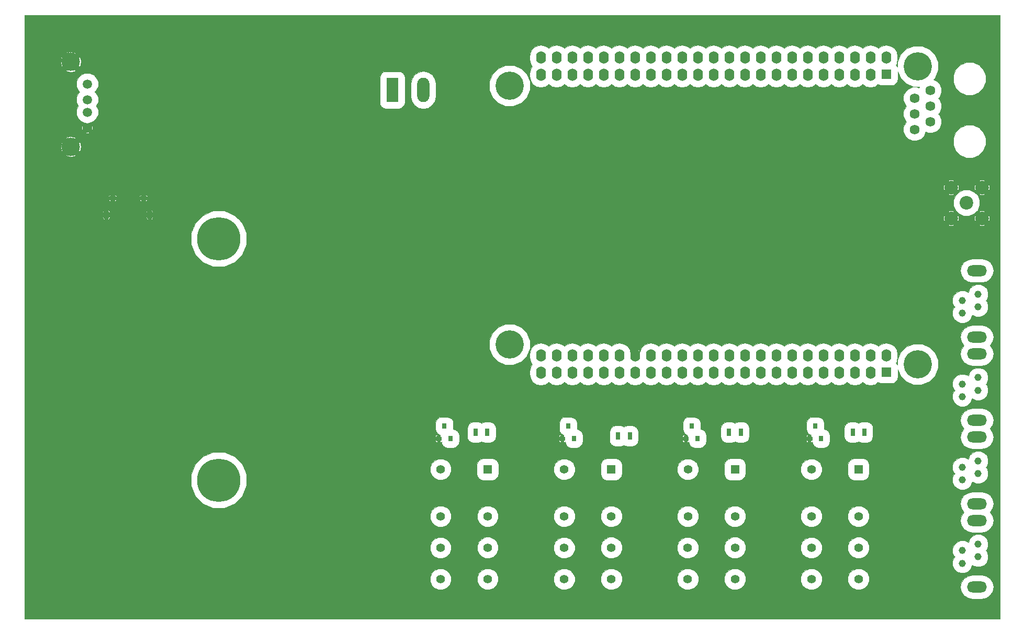
<source format=gbr>
G04 #@! TF.FileFunction,Copper,L2,Bot,Signal*
%FSLAX46Y46*%
G04 Gerber Fmt 4.6, Leading zero omitted, Abs format (unit mm)*
G04 Created by KiCad (PCBNEW 4.0.7-e2-6376~58~ubuntu16.04.1) date Tue Jun 19 11:31:53 2018*
%MOMM*%
%LPD*%
G01*
G04 APERTURE LIST*
%ADD10C,0.100000*%
%ADD11R,1.600000X1.600000*%
%ADD12O,1.600000X2.000000*%
%ADD13O,1.250000X0.950000*%
%ADD14O,1.000000X1.550000*%
%ADD15R,1.980000X3.960000*%
%ADD16O,1.980000X3.960000*%
%ADD17C,1.500000*%
%ADD18C,3.000000*%
%ADD19R,1.400000X1.400000*%
%ADD20C,1.400000*%
%ADD21R,0.800000X0.900000*%
%ADD22C,4.572000*%
%ADD23C,1.160000*%
%ADD24O,3.200000X1.800000*%
%ADD25C,7.000000*%
%ADD26R,0.700000X1.300000*%
%ADD27C,1.590000*%
%ADD28C,2.200000*%
%ADD29C,0.050000*%
G04 APERTURE END LIST*
D10*
D11*
X197457080Y-97053400D03*
D12*
X197457080Y-94413400D03*
X194917080Y-97153400D03*
X194917080Y-94413400D03*
X192377080Y-97153400D03*
X192377080Y-94413400D03*
X189837080Y-97153400D03*
X189837080Y-94413400D03*
X187297080Y-97153400D03*
X187297080Y-94413400D03*
X184757080Y-97153400D03*
X184757080Y-94413400D03*
X182217080Y-97153400D03*
X182217080Y-94413400D03*
X179677080Y-97153400D03*
X179677080Y-94413400D03*
X177137080Y-97153400D03*
X177137080Y-94413400D03*
X174597080Y-97153400D03*
X174597080Y-94413400D03*
X172057080Y-97153400D03*
X172057080Y-94413400D03*
X169517080Y-97153400D03*
X169517080Y-94413400D03*
X166977080Y-97153400D03*
X166977080Y-94413400D03*
X164437080Y-97153400D03*
X164437080Y-94413400D03*
X161897080Y-97153400D03*
X161897080Y-94413400D03*
X159357080Y-97153400D03*
X159357080Y-94413400D03*
X156817080Y-97153400D03*
X156817080Y-94413400D03*
X154277080Y-97153400D03*
X154277080Y-94413400D03*
X151737080Y-97153400D03*
X151737080Y-94413400D03*
X149197080Y-97153400D03*
X149197080Y-94413400D03*
X146657080Y-97153400D03*
X146657080Y-94413400D03*
X144117080Y-97153400D03*
X144117080Y-94413400D03*
X141577080Y-97153400D03*
X141577080Y-94413400D03*
D11*
X197457080Y-48793400D03*
D12*
X197457080Y-46153400D03*
X194917080Y-48893400D03*
X194917080Y-46153400D03*
X192377080Y-48893400D03*
X192377080Y-46153400D03*
X189837080Y-48893400D03*
X189837080Y-46153400D03*
X187297080Y-48893400D03*
X187297080Y-46153400D03*
X184757080Y-48893400D03*
X184757080Y-46153400D03*
X182217080Y-48893400D03*
X182217080Y-46153400D03*
X179677080Y-48893400D03*
X179677080Y-46153400D03*
X177137080Y-48893400D03*
X177137080Y-46153400D03*
X174597080Y-48893400D03*
X174597080Y-46153400D03*
X172057080Y-48893400D03*
X172057080Y-46153400D03*
X169517080Y-48893400D03*
X169517080Y-46153400D03*
X166977080Y-48893400D03*
X166977080Y-46153400D03*
X164437080Y-48893400D03*
X164437080Y-46153400D03*
X161897080Y-48893400D03*
X161897080Y-46153400D03*
X159357080Y-48893400D03*
X159357080Y-46153400D03*
X156817080Y-48893400D03*
X156817080Y-46153400D03*
X154277080Y-48893400D03*
X154277080Y-46153400D03*
X151737080Y-48893400D03*
X151737080Y-46153400D03*
X149197080Y-48893400D03*
X149197080Y-46153400D03*
X146657080Y-48893400D03*
X146657080Y-46153400D03*
X144117080Y-48893400D03*
X144117080Y-46153400D03*
X141577080Y-48893400D03*
X141577080Y-46153400D03*
D13*
X72252200Y-68881000D03*
X77252200Y-68881000D03*
D14*
X71252200Y-71581000D03*
X78252200Y-71581000D03*
D15*
X117525800Y-51384200D03*
D16*
X122525800Y-51384200D03*
D17*
X68163440Y-57503600D03*
X68163440Y-54963600D03*
X68163440Y-52933600D03*
X68163440Y-50393600D03*
D18*
X65493440Y-60553600D03*
X65493440Y-46833600D03*
D19*
X172969000Y-112826000D03*
D20*
X165349000Y-112826000D03*
X172969000Y-125516000D03*
X172969000Y-130606000D03*
X172969000Y-120446000D03*
X165339000Y-125536000D03*
X165339000Y-130616000D03*
X165349000Y-120446000D03*
D19*
X132969000Y-112826000D03*
D20*
X125349000Y-112826000D03*
X132969000Y-125516000D03*
X132969000Y-130606000D03*
X132969000Y-120446000D03*
X125339000Y-125536000D03*
X125339000Y-130616000D03*
X125349000Y-120446000D03*
D19*
X152969000Y-112826000D03*
D20*
X145349000Y-112826000D03*
X152969000Y-125516000D03*
X152969000Y-130606000D03*
X152969000Y-120446000D03*
X145339000Y-125536000D03*
X145339000Y-130616000D03*
X145349000Y-120446000D03*
D19*
X192969000Y-112826000D03*
D20*
X185349000Y-112826000D03*
X192969000Y-125516000D03*
X192969000Y-130606000D03*
X192969000Y-120446000D03*
X185339000Y-125536000D03*
X185339000Y-130616000D03*
X185349000Y-120446000D03*
D21*
X126919000Y-107826000D03*
X125019000Y-107826000D03*
X125969000Y-105826000D03*
X146919000Y-107826000D03*
X145019000Y-107826000D03*
X145969000Y-105826000D03*
X166919000Y-107826000D03*
X165019000Y-107826000D03*
X165969000Y-105826000D03*
X186919000Y-107826000D03*
X185019000Y-107826000D03*
X185969000Y-105826000D03*
D22*
X136497080Y-92608400D03*
X202537080Y-95783400D03*
X202537080Y-47523400D03*
X136497080Y-50698400D03*
D23*
X209786480Y-85490000D03*
X209786480Y-87530000D03*
X212336480Y-86510000D03*
X212336480Y-84470000D03*
D24*
X212136480Y-80620000D03*
X212136480Y-91380000D03*
D23*
X209786480Y-98990000D03*
X209786480Y-101030000D03*
X212336480Y-100010000D03*
X212336480Y-97970000D03*
D24*
X212136480Y-94120000D03*
X212136480Y-104880000D03*
D23*
X209786480Y-112490000D03*
X209786480Y-114530000D03*
X212336480Y-113510000D03*
X212336480Y-111470000D03*
D24*
X212136480Y-107620000D03*
X212136480Y-118380000D03*
D23*
X209786480Y-125990000D03*
X209786480Y-128030000D03*
X212336480Y-127010000D03*
X212336480Y-124970000D03*
D24*
X212136480Y-121120000D03*
X212136480Y-131880000D03*
D25*
X89446240Y-114585200D03*
X89446240Y-75485200D03*
D26*
X132918240Y-106826000D03*
X131018240Y-106826000D03*
X155950960Y-107421680D03*
X154050960Y-107421680D03*
X173919000Y-106826000D03*
X172019000Y-106826000D03*
X193919000Y-106826000D03*
X192019000Y-106826000D03*
D27*
X202036480Y-57779240D03*
X204576480Y-56509240D03*
X202036480Y-55239240D03*
X204576480Y-53969240D03*
X202036480Y-52699240D03*
X204576480Y-51429240D03*
D28*
X212954880Y-72169040D03*
X207954880Y-72169040D03*
X207954880Y-67169040D03*
X212954880Y-67169040D03*
X210454880Y-69669040D03*
D29*
G36*
X215826480Y-137030280D02*
X58026480Y-137030280D01*
X58026480Y-130957618D01*
X123613701Y-130957618D01*
X123875763Y-131591858D01*
X124360590Y-132077531D01*
X124994371Y-132340700D01*
X125680618Y-132341299D01*
X126314858Y-132079237D01*
X126800531Y-131594410D01*
X127063700Y-130960629D01*
X127063711Y-130947618D01*
X131243701Y-130947618D01*
X131505763Y-131581858D01*
X131990590Y-132067531D01*
X132624371Y-132330700D01*
X133310618Y-132331299D01*
X133944858Y-132069237D01*
X134430531Y-131584410D01*
X134690797Y-130957618D01*
X143613701Y-130957618D01*
X143875763Y-131591858D01*
X144360590Y-132077531D01*
X144994371Y-132340700D01*
X145680618Y-132341299D01*
X146314858Y-132079237D01*
X146800531Y-131594410D01*
X147063700Y-130960629D01*
X147063711Y-130947618D01*
X151243701Y-130947618D01*
X151505763Y-131581858D01*
X151990590Y-132067531D01*
X152624371Y-132330700D01*
X153310618Y-132331299D01*
X153944858Y-132069237D01*
X154430531Y-131584410D01*
X154690797Y-130957618D01*
X163613701Y-130957618D01*
X163875763Y-131591858D01*
X164360590Y-132077531D01*
X164994371Y-132340700D01*
X165680618Y-132341299D01*
X166314858Y-132079237D01*
X166800531Y-131594410D01*
X167063700Y-130960629D01*
X167063711Y-130947618D01*
X171243701Y-130947618D01*
X171505763Y-131581858D01*
X171990590Y-132067531D01*
X172624371Y-132330700D01*
X173310618Y-132331299D01*
X173944858Y-132069237D01*
X174430531Y-131584410D01*
X174690797Y-130957618D01*
X183613701Y-130957618D01*
X183875763Y-131591858D01*
X184360590Y-132077531D01*
X184994371Y-132340700D01*
X185680618Y-132341299D01*
X186314858Y-132079237D01*
X186800531Y-131594410D01*
X187063700Y-130960629D01*
X187063711Y-130947618D01*
X191243701Y-130947618D01*
X191505763Y-131581858D01*
X191990590Y-132067531D01*
X192624371Y-132330700D01*
X193310618Y-132331299D01*
X193944858Y-132069237D01*
X194134425Y-131880000D01*
X209460053Y-131880000D01*
X209606585Y-132616666D01*
X210023872Y-133241181D01*
X210648387Y-133658468D01*
X211385053Y-133805000D01*
X212887907Y-133805000D01*
X213624573Y-133658468D01*
X214249088Y-133241181D01*
X214666375Y-132616666D01*
X214812907Y-131880000D01*
X214666375Y-131143334D01*
X214249088Y-130518819D01*
X213624573Y-130101532D01*
X212887907Y-129955000D01*
X211385053Y-129955000D01*
X210648387Y-130101532D01*
X210023872Y-130518819D01*
X209606585Y-131143334D01*
X209460053Y-131880000D01*
X194134425Y-131880000D01*
X194430531Y-131584410D01*
X194693700Y-130950629D01*
X194694299Y-130264382D01*
X194432237Y-129630142D01*
X193947410Y-129144469D01*
X193313629Y-128881300D01*
X192627382Y-128880701D01*
X191993142Y-129142763D01*
X191507469Y-129627590D01*
X191244300Y-130261371D01*
X191243701Y-130947618D01*
X187063711Y-130947618D01*
X187064299Y-130274382D01*
X186802237Y-129640142D01*
X186317410Y-129154469D01*
X185683629Y-128891300D01*
X184997382Y-128890701D01*
X184363142Y-129152763D01*
X183877469Y-129637590D01*
X183614300Y-130271371D01*
X183613701Y-130957618D01*
X174690797Y-130957618D01*
X174693700Y-130950629D01*
X174694299Y-130264382D01*
X174432237Y-129630142D01*
X173947410Y-129144469D01*
X173313629Y-128881300D01*
X172627382Y-128880701D01*
X171993142Y-129142763D01*
X171507469Y-129627590D01*
X171244300Y-130261371D01*
X171243701Y-130947618D01*
X167063711Y-130947618D01*
X167064299Y-130274382D01*
X166802237Y-129640142D01*
X166317410Y-129154469D01*
X165683629Y-128891300D01*
X164997382Y-128890701D01*
X164363142Y-129152763D01*
X163877469Y-129637590D01*
X163614300Y-130271371D01*
X163613701Y-130957618D01*
X154690797Y-130957618D01*
X154693700Y-130950629D01*
X154694299Y-130264382D01*
X154432237Y-129630142D01*
X153947410Y-129144469D01*
X153313629Y-128881300D01*
X152627382Y-128880701D01*
X151993142Y-129142763D01*
X151507469Y-129627590D01*
X151244300Y-130261371D01*
X151243701Y-130947618D01*
X147063711Y-130947618D01*
X147064299Y-130274382D01*
X146802237Y-129640142D01*
X146317410Y-129154469D01*
X145683629Y-128891300D01*
X144997382Y-128890701D01*
X144363142Y-129152763D01*
X143877469Y-129637590D01*
X143614300Y-130271371D01*
X143613701Y-130957618D01*
X134690797Y-130957618D01*
X134693700Y-130950629D01*
X134694299Y-130264382D01*
X134432237Y-129630142D01*
X133947410Y-129144469D01*
X133313629Y-128881300D01*
X132627382Y-128880701D01*
X131993142Y-129142763D01*
X131507469Y-129627590D01*
X131244300Y-130261371D01*
X131243701Y-130947618D01*
X127063711Y-130947618D01*
X127064299Y-130274382D01*
X126802237Y-129640142D01*
X126317410Y-129154469D01*
X125683629Y-128891300D01*
X124997382Y-128890701D01*
X124363142Y-129152763D01*
X123877469Y-129637590D01*
X123614300Y-130271371D01*
X123613701Y-130957618D01*
X58026480Y-130957618D01*
X58026480Y-125877618D01*
X123613701Y-125877618D01*
X123875763Y-126511858D01*
X124360590Y-126997531D01*
X124994371Y-127260700D01*
X125680618Y-127261299D01*
X126314858Y-126999237D01*
X126800531Y-126514410D01*
X127063700Y-125880629D01*
X127063720Y-125857618D01*
X131243701Y-125857618D01*
X131505763Y-126491858D01*
X131990590Y-126977531D01*
X132624371Y-127240700D01*
X133310618Y-127241299D01*
X133944858Y-126979237D01*
X134430531Y-126494410D01*
X134686645Y-125877618D01*
X143613701Y-125877618D01*
X143875763Y-126511858D01*
X144360590Y-126997531D01*
X144994371Y-127260700D01*
X145680618Y-127261299D01*
X146314858Y-126999237D01*
X146800531Y-126514410D01*
X147063700Y-125880629D01*
X147063720Y-125857618D01*
X151243701Y-125857618D01*
X151505763Y-126491858D01*
X151990590Y-126977531D01*
X152624371Y-127240700D01*
X153310618Y-127241299D01*
X153944858Y-126979237D01*
X154430531Y-126494410D01*
X154686645Y-125877618D01*
X163613701Y-125877618D01*
X163875763Y-126511858D01*
X164360590Y-126997531D01*
X164994371Y-127260700D01*
X165680618Y-127261299D01*
X166314858Y-126999237D01*
X166800531Y-126514410D01*
X167063700Y-125880629D01*
X167063720Y-125857618D01*
X171243701Y-125857618D01*
X171505763Y-126491858D01*
X171990590Y-126977531D01*
X172624371Y-127240700D01*
X173310618Y-127241299D01*
X173944858Y-126979237D01*
X174430531Y-126494410D01*
X174686645Y-125877618D01*
X183613701Y-125877618D01*
X183875763Y-126511858D01*
X184360590Y-126997531D01*
X184994371Y-127260700D01*
X185680618Y-127261299D01*
X186314858Y-126999237D01*
X186800531Y-126514410D01*
X187063700Y-125880629D01*
X187063720Y-125857618D01*
X191243701Y-125857618D01*
X191505763Y-126491858D01*
X191990590Y-126977531D01*
X192624371Y-127240700D01*
X193310618Y-127241299D01*
X193944858Y-126979237D01*
X194430531Y-126494410D01*
X194507995Y-126307854D01*
X208181202Y-126307854D01*
X208425034Y-126897972D01*
X208536666Y-127009799D01*
X208426620Y-127119653D01*
X208181759Y-127709345D01*
X208181202Y-128347854D01*
X208425034Y-128937972D01*
X208876133Y-129389860D01*
X209465825Y-129634721D01*
X210104334Y-129635278D01*
X210694452Y-129391446D01*
X211146340Y-128940347D01*
X211391201Y-128350655D01*
X211391215Y-128334881D01*
X211426133Y-128369860D01*
X212015825Y-128614721D01*
X212654334Y-128615278D01*
X213244452Y-128371446D01*
X213696340Y-127920347D01*
X213941201Y-127330655D01*
X213941758Y-126692146D01*
X213697926Y-126102028D01*
X213586294Y-125990201D01*
X213696340Y-125880347D01*
X213941201Y-125290655D01*
X213941758Y-124652146D01*
X213697926Y-124062028D01*
X213246827Y-123610140D01*
X212657135Y-123365279D01*
X212018626Y-123364722D01*
X211428508Y-123608554D01*
X210976620Y-124059653D01*
X210731759Y-124649345D01*
X210731745Y-124665119D01*
X210696827Y-124630140D01*
X210107135Y-124385279D01*
X209468626Y-124384722D01*
X208878508Y-124628554D01*
X208426620Y-125079653D01*
X208181759Y-125669345D01*
X208181202Y-126307854D01*
X194507995Y-126307854D01*
X194693700Y-125860629D01*
X194694299Y-125174382D01*
X194432237Y-124540142D01*
X193947410Y-124054469D01*
X193313629Y-123791300D01*
X192627382Y-123790701D01*
X191993142Y-124052763D01*
X191507469Y-124537590D01*
X191244300Y-125171371D01*
X191243701Y-125857618D01*
X187063720Y-125857618D01*
X187064299Y-125194382D01*
X186802237Y-124560142D01*
X186317410Y-124074469D01*
X185683629Y-123811300D01*
X184997382Y-123810701D01*
X184363142Y-124072763D01*
X183877469Y-124557590D01*
X183614300Y-125191371D01*
X183613701Y-125877618D01*
X174686645Y-125877618D01*
X174693700Y-125860629D01*
X174694299Y-125174382D01*
X174432237Y-124540142D01*
X173947410Y-124054469D01*
X173313629Y-123791300D01*
X172627382Y-123790701D01*
X171993142Y-124052763D01*
X171507469Y-124537590D01*
X171244300Y-125171371D01*
X171243701Y-125857618D01*
X167063720Y-125857618D01*
X167064299Y-125194382D01*
X166802237Y-124560142D01*
X166317410Y-124074469D01*
X165683629Y-123811300D01*
X164997382Y-123810701D01*
X164363142Y-124072763D01*
X163877469Y-124557590D01*
X163614300Y-125191371D01*
X163613701Y-125877618D01*
X154686645Y-125877618D01*
X154693700Y-125860629D01*
X154694299Y-125174382D01*
X154432237Y-124540142D01*
X153947410Y-124054469D01*
X153313629Y-123791300D01*
X152627382Y-123790701D01*
X151993142Y-124052763D01*
X151507469Y-124537590D01*
X151244300Y-125171371D01*
X151243701Y-125857618D01*
X147063720Y-125857618D01*
X147064299Y-125194382D01*
X146802237Y-124560142D01*
X146317410Y-124074469D01*
X145683629Y-123811300D01*
X144997382Y-123810701D01*
X144363142Y-124072763D01*
X143877469Y-124557590D01*
X143614300Y-125191371D01*
X143613701Y-125877618D01*
X134686645Y-125877618D01*
X134693700Y-125860629D01*
X134694299Y-125174382D01*
X134432237Y-124540142D01*
X133947410Y-124054469D01*
X133313629Y-123791300D01*
X132627382Y-123790701D01*
X131993142Y-124052763D01*
X131507469Y-124537590D01*
X131244300Y-125171371D01*
X131243701Y-125857618D01*
X127063720Y-125857618D01*
X127064299Y-125194382D01*
X126802237Y-124560142D01*
X126317410Y-124074469D01*
X125683629Y-123811300D01*
X124997382Y-123810701D01*
X124363142Y-124072763D01*
X123877469Y-124557590D01*
X123614300Y-125191371D01*
X123613701Y-125877618D01*
X58026480Y-125877618D01*
X58026480Y-120787618D01*
X123623701Y-120787618D01*
X123885763Y-121421858D01*
X124370590Y-121907531D01*
X125004371Y-122170700D01*
X125690618Y-122171299D01*
X126324858Y-121909237D01*
X126810531Y-121424410D01*
X127073700Y-120790629D01*
X127073702Y-120787618D01*
X131243701Y-120787618D01*
X131505763Y-121421858D01*
X131990590Y-121907531D01*
X132624371Y-122170700D01*
X133310618Y-122171299D01*
X133944858Y-121909237D01*
X134430531Y-121424410D01*
X134693700Y-120790629D01*
X134693702Y-120787618D01*
X143623701Y-120787618D01*
X143885763Y-121421858D01*
X144370590Y-121907531D01*
X145004371Y-122170700D01*
X145690618Y-122171299D01*
X146324858Y-121909237D01*
X146810531Y-121424410D01*
X147073700Y-120790629D01*
X147073702Y-120787618D01*
X151243701Y-120787618D01*
X151505763Y-121421858D01*
X151990590Y-121907531D01*
X152624371Y-122170700D01*
X153310618Y-122171299D01*
X153944858Y-121909237D01*
X154430531Y-121424410D01*
X154693700Y-120790629D01*
X154693702Y-120787618D01*
X163623701Y-120787618D01*
X163885763Y-121421858D01*
X164370590Y-121907531D01*
X165004371Y-122170700D01*
X165690618Y-122171299D01*
X166324858Y-121909237D01*
X166810531Y-121424410D01*
X167073700Y-120790629D01*
X167073702Y-120787618D01*
X171243701Y-120787618D01*
X171505763Y-121421858D01*
X171990590Y-121907531D01*
X172624371Y-122170700D01*
X173310618Y-122171299D01*
X173944858Y-121909237D01*
X174430531Y-121424410D01*
X174693700Y-120790629D01*
X174693702Y-120787618D01*
X183623701Y-120787618D01*
X183885763Y-121421858D01*
X184370590Y-121907531D01*
X185004371Y-122170700D01*
X185690618Y-122171299D01*
X186324858Y-121909237D01*
X186810531Y-121424410D01*
X187073700Y-120790629D01*
X187073702Y-120787618D01*
X191243701Y-120787618D01*
X191505763Y-121421858D01*
X191990590Y-121907531D01*
X192624371Y-122170700D01*
X193310618Y-122171299D01*
X193944858Y-121909237D01*
X194430531Y-121424410D01*
X194693700Y-120790629D01*
X194694299Y-120104382D01*
X194432237Y-119470142D01*
X193947410Y-118984469D01*
X193313629Y-118721300D01*
X192627382Y-118720701D01*
X191993142Y-118982763D01*
X191507469Y-119467590D01*
X191244300Y-120101371D01*
X191243701Y-120787618D01*
X187073702Y-120787618D01*
X187074299Y-120104382D01*
X186812237Y-119470142D01*
X186327410Y-118984469D01*
X185693629Y-118721300D01*
X185007382Y-118720701D01*
X184373142Y-118982763D01*
X183887469Y-119467590D01*
X183624300Y-120101371D01*
X183623701Y-120787618D01*
X174693702Y-120787618D01*
X174694299Y-120104382D01*
X174432237Y-119470142D01*
X173947410Y-118984469D01*
X173313629Y-118721300D01*
X172627382Y-118720701D01*
X171993142Y-118982763D01*
X171507469Y-119467590D01*
X171244300Y-120101371D01*
X171243701Y-120787618D01*
X167073702Y-120787618D01*
X167074299Y-120104382D01*
X166812237Y-119470142D01*
X166327410Y-118984469D01*
X165693629Y-118721300D01*
X165007382Y-118720701D01*
X164373142Y-118982763D01*
X163887469Y-119467590D01*
X163624300Y-120101371D01*
X163623701Y-120787618D01*
X154693702Y-120787618D01*
X154694299Y-120104382D01*
X154432237Y-119470142D01*
X153947410Y-118984469D01*
X153313629Y-118721300D01*
X152627382Y-118720701D01*
X151993142Y-118982763D01*
X151507469Y-119467590D01*
X151244300Y-120101371D01*
X151243701Y-120787618D01*
X147073702Y-120787618D01*
X147074299Y-120104382D01*
X146812237Y-119470142D01*
X146327410Y-118984469D01*
X145693629Y-118721300D01*
X145007382Y-118720701D01*
X144373142Y-118982763D01*
X143887469Y-119467590D01*
X143624300Y-120101371D01*
X143623701Y-120787618D01*
X134693702Y-120787618D01*
X134694299Y-120104382D01*
X134432237Y-119470142D01*
X133947410Y-118984469D01*
X133313629Y-118721300D01*
X132627382Y-118720701D01*
X131993142Y-118982763D01*
X131507469Y-119467590D01*
X131244300Y-120101371D01*
X131243701Y-120787618D01*
X127073702Y-120787618D01*
X127074299Y-120104382D01*
X126812237Y-119470142D01*
X126327410Y-118984469D01*
X125693629Y-118721300D01*
X125007382Y-118720701D01*
X124373142Y-118982763D01*
X123887469Y-119467590D01*
X123624300Y-120101371D01*
X123623701Y-120787618D01*
X58026480Y-120787618D01*
X58026480Y-115481329D01*
X84920456Y-115481329D01*
X85607895Y-117145058D01*
X86879687Y-118419071D01*
X88542213Y-119109413D01*
X90342369Y-119110984D01*
X92006098Y-118423545D01*
X92049719Y-118380000D01*
X209460053Y-118380000D01*
X209606585Y-119116666D01*
X210023872Y-119741181D01*
X210037071Y-119750000D01*
X210023872Y-119758819D01*
X209606585Y-120383334D01*
X209460053Y-121120000D01*
X209606585Y-121856666D01*
X210023872Y-122481181D01*
X210648387Y-122898468D01*
X211385053Y-123045000D01*
X212887907Y-123045000D01*
X213624573Y-122898468D01*
X214249088Y-122481181D01*
X214666375Y-121856666D01*
X214812907Y-121120000D01*
X214666375Y-120383334D01*
X214249088Y-119758819D01*
X214235889Y-119750000D01*
X214249088Y-119741181D01*
X214666375Y-119116666D01*
X214812907Y-118380000D01*
X214666375Y-117643334D01*
X214249088Y-117018819D01*
X213624573Y-116601532D01*
X212887907Y-116455000D01*
X211385053Y-116455000D01*
X210648387Y-116601532D01*
X210023872Y-117018819D01*
X209606585Y-117643334D01*
X209460053Y-118380000D01*
X92049719Y-118380000D01*
X93280111Y-117151753D01*
X93970453Y-115489227D01*
X93972024Y-113689071D01*
X93756564Y-113167618D01*
X123623701Y-113167618D01*
X123885763Y-113801858D01*
X124370590Y-114287531D01*
X125004371Y-114550700D01*
X125690618Y-114551299D01*
X126324858Y-114289237D01*
X126810531Y-113804410D01*
X127073700Y-113170629D01*
X127074299Y-112484382D01*
X126926219Y-112126000D01*
X131223920Y-112126000D01*
X131223920Y-113526000D01*
X131295392Y-113905842D01*
X131519879Y-114254704D01*
X131862405Y-114488742D01*
X132269000Y-114571080D01*
X133669000Y-114571080D01*
X134048842Y-114499608D01*
X134397704Y-114275121D01*
X134631742Y-113932595D01*
X134714080Y-113526000D01*
X134714080Y-113167618D01*
X143623701Y-113167618D01*
X143885763Y-113801858D01*
X144370590Y-114287531D01*
X145004371Y-114550700D01*
X145690618Y-114551299D01*
X146324858Y-114289237D01*
X146810531Y-113804410D01*
X147073700Y-113170629D01*
X147074299Y-112484382D01*
X146926219Y-112126000D01*
X151223920Y-112126000D01*
X151223920Y-113526000D01*
X151295392Y-113905842D01*
X151519879Y-114254704D01*
X151862405Y-114488742D01*
X152269000Y-114571080D01*
X153669000Y-114571080D01*
X154048842Y-114499608D01*
X154397704Y-114275121D01*
X154631742Y-113932595D01*
X154714080Y-113526000D01*
X154714080Y-113167618D01*
X163623701Y-113167618D01*
X163885763Y-113801858D01*
X164370590Y-114287531D01*
X165004371Y-114550700D01*
X165690618Y-114551299D01*
X166324858Y-114289237D01*
X166810531Y-113804410D01*
X167073700Y-113170629D01*
X167074299Y-112484382D01*
X166926219Y-112126000D01*
X171223920Y-112126000D01*
X171223920Y-113526000D01*
X171295392Y-113905842D01*
X171519879Y-114254704D01*
X171862405Y-114488742D01*
X172269000Y-114571080D01*
X173669000Y-114571080D01*
X174048842Y-114499608D01*
X174397704Y-114275121D01*
X174631742Y-113932595D01*
X174714080Y-113526000D01*
X174714080Y-113167618D01*
X183623701Y-113167618D01*
X183885763Y-113801858D01*
X184370590Y-114287531D01*
X185004371Y-114550700D01*
X185690618Y-114551299D01*
X186324858Y-114289237D01*
X186810531Y-113804410D01*
X187073700Y-113170629D01*
X187074299Y-112484382D01*
X186926219Y-112126000D01*
X191223920Y-112126000D01*
X191223920Y-113526000D01*
X191295392Y-113905842D01*
X191519879Y-114254704D01*
X191862405Y-114488742D01*
X192269000Y-114571080D01*
X193669000Y-114571080D01*
X194048842Y-114499608D01*
X194397704Y-114275121D01*
X194631742Y-113932595D01*
X194714080Y-113526000D01*
X194714080Y-112807854D01*
X208181202Y-112807854D01*
X208425034Y-113397972D01*
X208536666Y-113509799D01*
X208426620Y-113619653D01*
X208181759Y-114209345D01*
X208181202Y-114847854D01*
X208425034Y-115437972D01*
X208876133Y-115889860D01*
X209465825Y-116134721D01*
X210104334Y-116135278D01*
X210694452Y-115891446D01*
X211146340Y-115440347D01*
X211391201Y-114850655D01*
X211391215Y-114834881D01*
X211426133Y-114869860D01*
X212015825Y-115114721D01*
X212654334Y-115115278D01*
X213244452Y-114871446D01*
X213696340Y-114420347D01*
X213941201Y-113830655D01*
X213941758Y-113192146D01*
X213697926Y-112602028D01*
X213586294Y-112490201D01*
X213696340Y-112380347D01*
X213941201Y-111790655D01*
X213941758Y-111152146D01*
X213697926Y-110562028D01*
X213246827Y-110110140D01*
X212657135Y-109865279D01*
X212018626Y-109864722D01*
X211428508Y-110108554D01*
X210976620Y-110559653D01*
X210731759Y-111149345D01*
X210731745Y-111165119D01*
X210696827Y-111130140D01*
X210107135Y-110885279D01*
X209468626Y-110884722D01*
X208878508Y-111128554D01*
X208426620Y-111579653D01*
X208181759Y-112169345D01*
X208181202Y-112807854D01*
X194714080Y-112807854D01*
X194714080Y-112126000D01*
X194642608Y-111746158D01*
X194418121Y-111397296D01*
X194075595Y-111163258D01*
X193669000Y-111080920D01*
X192269000Y-111080920D01*
X191889158Y-111152392D01*
X191540296Y-111376879D01*
X191306258Y-111719405D01*
X191223920Y-112126000D01*
X186926219Y-112126000D01*
X186812237Y-111850142D01*
X186327410Y-111364469D01*
X185693629Y-111101300D01*
X185007382Y-111100701D01*
X184373142Y-111362763D01*
X183887469Y-111847590D01*
X183624300Y-112481371D01*
X183623701Y-113167618D01*
X174714080Y-113167618D01*
X174714080Y-112126000D01*
X174642608Y-111746158D01*
X174418121Y-111397296D01*
X174075595Y-111163258D01*
X173669000Y-111080920D01*
X172269000Y-111080920D01*
X171889158Y-111152392D01*
X171540296Y-111376879D01*
X171306258Y-111719405D01*
X171223920Y-112126000D01*
X166926219Y-112126000D01*
X166812237Y-111850142D01*
X166327410Y-111364469D01*
X165693629Y-111101300D01*
X165007382Y-111100701D01*
X164373142Y-111362763D01*
X163887469Y-111847590D01*
X163624300Y-112481371D01*
X163623701Y-113167618D01*
X154714080Y-113167618D01*
X154714080Y-112126000D01*
X154642608Y-111746158D01*
X154418121Y-111397296D01*
X154075595Y-111163258D01*
X153669000Y-111080920D01*
X152269000Y-111080920D01*
X151889158Y-111152392D01*
X151540296Y-111376879D01*
X151306258Y-111719405D01*
X151223920Y-112126000D01*
X146926219Y-112126000D01*
X146812237Y-111850142D01*
X146327410Y-111364469D01*
X145693629Y-111101300D01*
X145007382Y-111100701D01*
X144373142Y-111362763D01*
X143887469Y-111847590D01*
X143624300Y-112481371D01*
X143623701Y-113167618D01*
X134714080Y-113167618D01*
X134714080Y-112126000D01*
X134642608Y-111746158D01*
X134418121Y-111397296D01*
X134075595Y-111163258D01*
X133669000Y-111080920D01*
X132269000Y-111080920D01*
X131889158Y-111152392D01*
X131540296Y-111376879D01*
X131306258Y-111719405D01*
X131223920Y-112126000D01*
X126926219Y-112126000D01*
X126812237Y-111850142D01*
X126327410Y-111364469D01*
X125693629Y-111101300D01*
X125007382Y-111100701D01*
X124373142Y-111362763D01*
X123887469Y-111847590D01*
X123624300Y-112481371D01*
X123623701Y-113167618D01*
X93756564Y-113167618D01*
X93284585Y-112025342D01*
X92012793Y-110751329D01*
X90350267Y-110060987D01*
X88550111Y-110059416D01*
X86886382Y-110746855D01*
X85612369Y-112018647D01*
X84922027Y-113681173D01*
X84920456Y-115481329D01*
X58026480Y-115481329D01*
X58026480Y-108082250D01*
X124494000Y-108082250D01*
X124494000Y-108300864D01*
X124513030Y-108346807D01*
X124548193Y-108381970D01*
X124594136Y-108401000D01*
X124787750Y-108401000D01*
X124819000Y-108369750D01*
X124819000Y-108051000D01*
X124525250Y-108051000D01*
X124494000Y-108082250D01*
X58026480Y-108082250D01*
X58026480Y-107351136D01*
X124494000Y-107351136D01*
X124494000Y-107569750D01*
X124525250Y-107601000D01*
X124819000Y-107601000D01*
X124819000Y-107282250D01*
X124787750Y-107251000D01*
X124594136Y-107251000D01*
X124548193Y-107270030D01*
X124513030Y-107305193D01*
X124494000Y-107351136D01*
X58026480Y-107351136D01*
X58026480Y-105376000D01*
X124523920Y-105376000D01*
X124523920Y-106276000D01*
X124595392Y-106655842D01*
X124819879Y-107004704D01*
X125162405Y-107238742D01*
X125245650Y-107255600D01*
X125219000Y-107282250D01*
X125219000Y-107601000D01*
X125419000Y-107601000D01*
X125419000Y-108051000D01*
X125219000Y-108051000D01*
X125219000Y-108369750D01*
X125250250Y-108401000D01*
X125443864Y-108401000D01*
X125489807Y-108381970D01*
X125493218Y-108378559D01*
X125545392Y-108655842D01*
X125769879Y-109004704D01*
X126112405Y-109238742D01*
X126519000Y-109321080D01*
X127319000Y-109321080D01*
X127698842Y-109249608D01*
X128047704Y-109025121D01*
X128281742Y-108682595D01*
X128364080Y-108276000D01*
X128364080Y-107376000D01*
X128292608Y-106996158D01*
X128068121Y-106647296D01*
X127725595Y-106413258D01*
X127399651Y-106347252D01*
X127414080Y-106276000D01*
X127414080Y-106176000D01*
X129623160Y-106176000D01*
X129623160Y-107476000D01*
X129694632Y-107855842D01*
X129919119Y-108204704D01*
X130261645Y-108438742D01*
X130668240Y-108521080D01*
X131368240Y-108521080D01*
X131748082Y-108449608D01*
X131969254Y-108307287D01*
X132161645Y-108438742D01*
X132568240Y-108521080D01*
X133268240Y-108521080D01*
X133648082Y-108449608D01*
X133996944Y-108225121D01*
X134094563Y-108082250D01*
X144494000Y-108082250D01*
X144494000Y-108300864D01*
X144513030Y-108346807D01*
X144548193Y-108381970D01*
X144594136Y-108401000D01*
X144787750Y-108401000D01*
X144819000Y-108369750D01*
X144819000Y-108051000D01*
X144525250Y-108051000D01*
X144494000Y-108082250D01*
X134094563Y-108082250D01*
X134230982Y-107882595D01*
X134313320Y-107476000D01*
X134313320Y-107351136D01*
X144494000Y-107351136D01*
X144494000Y-107569750D01*
X144525250Y-107601000D01*
X144819000Y-107601000D01*
X144819000Y-107282250D01*
X144787750Y-107251000D01*
X144594136Y-107251000D01*
X144548193Y-107270030D01*
X144513030Y-107305193D01*
X144494000Y-107351136D01*
X134313320Y-107351136D01*
X134313320Y-106176000D01*
X134241848Y-105796158D01*
X134017361Y-105447296D01*
X133913016Y-105376000D01*
X144523920Y-105376000D01*
X144523920Y-106276000D01*
X144595392Y-106655842D01*
X144819879Y-107004704D01*
X145162405Y-107238742D01*
X145245650Y-107255600D01*
X145219000Y-107282250D01*
X145219000Y-107601000D01*
X145419000Y-107601000D01*
X145419000Y-108051000D01*
X145219000Y-108051000D01*
X145219000Y-108369750D01*
X145250250Y-108401000D01*
X145443864Y-108401000D01*
X145489807Y-108381970D01*
X145493218Y-108378559D01*
X145545392Y-108655842D01*
X145769879Y-109004704D01*
X146112405Y-109238742D01*
X146519000Y-109321080D01*
X147319000Y-109321080D01*
X147698842Y-109249608D01*
X148047704Y-109025121D01*
X148281742Y-108682595D01*
X148364080Y-108276000D01*
X148364080Y-107376000D01*
X148292608Y-106996158D01*
X148148161Y-106771680D01*
X152655880Y-106771680D01*
X152655880Y-108071680D01*
X152727352Y-108451522D01*
X152951839Y-108800384D01*
X153294365Y-109034422D01*
X153700960Y-109116760D01*
X154400960Y-109116760D01*
X154780802Y-109045288D01*
X155001974Y-108902967D01*
X155194365Y-109034422D01*
X155600960Y-109116760D01*
X156300960Y-109116760D01*
X156680802Y-109045288D01*
X157029664Y-108820801D01*
X157263702Y-108478275D01*
X157343899Y-108082250D01*
X164494000Y-108082250D01*
X164494000Y-108300864D01*
X164513030Y-108346807D01*
X164548193Y-108381970D01*
X164594136Y-108401000D01*
X164787750Y-108401000D01*
X164819000Y-108369750D01*
X164819000Y-108051000D01*
X164525250Y-108051000D01*
X164494000Y-108082250D01*
X157343899Y-108082250D01*
X157346040Y-108071680D01*
X157346040Y-107351136D01*
X164494000Y-107351136D01*
X164494000Y-107569750D01*
X164525250Y-107601000D01*
X164819000Y-107601000D01*
X164819000Y-107282250D01*
X164787750Y-107251000D01*
X164594136Y-107251000D01*
X164548193Y-107270030D01*
X164513030Y-107305193D01*
X164494000Y-107351136D01*
X157346040Y-107351136D01*
X157346040Y-106771680D01*
X157274568Y-106391838D01*
X157050081Y-106042976D01*
X156707555Y-105808938D01*
X156300960Y-105726600D01*
X155600960Y-105726600D01*
X155221118Y-105798072D01*
X154999946Y-105940393D01*
X154807555Y-105808938D01*
X154400960Y-105726600D01*
X153700960Y-105726600D01*
X153321118Y-105798072D01*
X152972256Y-106022559D01*
X152738218Y-106365085D01*
X152655880Y-106771680D01*
X148148161Y-106771680D01*
X148068121Y-106647296D01*
X147725595Y-106413258D01*
X147399651Y-106347252D01*
X147414080Y-106276000D01*
X147414080Y-105376000D01*
X164523920Y-105376000D01*
X164523920Y-106276000D01*
X164595392Y-106655842D01*
X164819879Y-107004704D01*
X165162405Y-107238742D01*
X165245650Y-107255600D01*
X165219000Y-107282250D01*
X165219000Y-107601000D01*
X165419000Y-107601000D01*
X165419000Y-108051000D01*
X165219000Y-108051000D01*
X165219000Y-108369750D01*
X165250250Y-108401000D01*
X165443864Y-108401000D01*
X165489807Y-108381970D01*
X165493218Y-108378559D01*
X165545392Y-108655842D01*
X165769879Y-109004704D01*
X166112405Y-109238742D01*
X166519000Y-109321080D01*
X167319000Y-109321080D01*
X167698842Y-109249608D01*
X168047704Y-109025121D01*
X168281742Y-108682595D01*
X168364080Y-108276000D01*
X168364080Y-107376000D01*
X168292608Y-106996158D01*
X168068121Y-106647296D01*
X167725595Y-106413258D01*
X167399651Y-106347252D01*
X167414080Y-106276000D01*
X167414080Y-106176000D01*
X170623920Y-106176000D01*
X170623920Y-107476000D01*
X170695392Y-107855842D01*
X170919879Y-108204704D01*
X171262405Y-108438742D01*
X171669000Y-108521080D01*
X172369000Y-108521080D01*
X172748842Y-108449608D01*
X172970014Y-108307287D01*
X173162405Y-108438742D01*
X173569000Y-108521080D01*
X174269000Y-108521080D01*
X174648842Y-108449608D01*
X174997704Y-108225121D01*
X175095323Y-108082250D01*
X184494000Y-108082250D01*
X184494000Y-108300864D01*
X184513030Y-108346807D01*
X184548193Y-108381970D01*
X184594136Y-108401000D01*
X184787750Y-108401000D01*
X184819000Y-108369750D01*
X184819000Y-108051000D01*
X184525250Y-108051000D01*
X184494000Y-108082250D01*
X175095323Y-108082250D01*
X175231742Y-107882595D01*
X175314080Y-107476000D01*
X175314080Y-107351136D01*
X184494000Y-107351136D01*
X184494000Y-107569750D01*
X184525250Y-107601000D01*
X184819000Y-107601000D01*
X184819000Y-107282250D01*
X184787750Y-107251000D01*
X184594136Y-107251000D01*
X184548193Y-107270030D01*
X184513030Y-107305193D01*
X184494000Y-107351136D01*
X175314080Y-107351136D01*
X175314080Y-106176000D01*
X175242608Y-105796158D01*
X175018121Y-105447296D01*
X174913776Y-105376000D01*
X184523920Y-105376000D01*
X184523920Y-106276000D01*
X184595392Y-106655842D01*
X184819879Y-107004704D01*
X185162405Y-107238742D01*
X185245650Y-107255600D01*
X185219000Y-107282250D01*
X185219000Y-107601000D01*
X185419000Y-107601000D01*
X185419000Y-108051000D01*
X185219000Y-108051000D01*
X185219000Y-108369750D01*
X185250250Y-108401000D01*
X185443864Y-108401000D01*
X185489807Y-108381970D01*
X185493218Y-108378559D01*
X185545392Y-108655842D01*
X185769879Y-109004704D01*
X186112405Y-109238742D01*
X186519000Y-109321080D01*
X187319000Y-109321080D01*
X187698842Y-109249608D01*
X188047704Y-109025121D01*
X188281742Y-108682595D01*
X188364080Y-108276000D01*
X188364080Y-107376000D01*
X188292608Y-106996158D01*
X188068121Y-106647296D01*
X187725595Y-106413258D01*
X187399651Y-106347252D01*
X187414080Y-106276000D01*
X187414080Y-106176000D01*
X190623920Y-106176000D01*
X190623920Y-107476000D01*
X190695392Y-107855842D01*
X190919879Y-108204704D01*
X191262405Y-108438742D01*
X191669000Y-108521080D01*
X192369000Y-108521080D01*
X192748842Y-108449608D01*
X192970014Y-108307287D01*
X193162405Y-108438742D01*
X193569000Y-108521080D01*
X194269000Y-108521080D01*
X194648842Y-108449608D01*
X194997704Y-108225121D01*
X195231742Y-107882595D01*
X195314080Y-107476000D01*
X195314080Y-106176000D01*
X195242608Y-105796158D01*
X195018121Y-105447296D01*
X194675595Y-105213258D01*
X194269000Y-105130920D01*
X193569000Y-105130920D01*
X193189158Y-105202392D01*
X192967986Y-105344713D01*
X192775595Y-105213258D01*
X192369000Y-105130920D01*
X191669000Y-105130920D01*
X191289158Y-105202392D01*
X190940296Y-105426879D01*
X190706258Y-105769405D01*
X190623920Y-106176000D01*
X187414080Y-106176000D01*
X187414080Y-105376000D01*
X187342608Y-104996158D01*
X187267863Y-104880000D01*
X209460053Y-104880000D01*
X209606585Y-105616666D01*
X210023872Y-106241181D01*
X210037071Y-106250000D01*
X210023872Y-106258819D01*
X209606585Y-106883334D01*
X209460053Y-107620000D01*
X209606585Y-108356666D01*
X210023872Y-108981181D01*
X210648387Y-109398468D01*
X211385053Y-109545000D01*
X212887907Y-109545000D01*
X213624573Y-109398468D01*
X214249088Y-108981181D01*
X214666375Y-108356666D01*
X214812907Y-107620000D01*
X214666375Y-106883334D01*
X214249088Y-106258819D01*
X214235889Y-106250000D01*
X214249088Y-106241181D01*
X214666375Y-105616666D01*
X214812907Y-104880000D01*
X214666375Y-104143334D01*
X214249088Y-103518819D01*
X213624573Y-103101532D01*
X212887907Y-102955000D01*
X211385053Y-102955000D01*
X210648387Y-103101532D01*
X210023872Y-103518819D01*
X209606585Y-104143334D01*
X209460053Y-104880000D01*
X187267863Y-104880000D01*
X187118121Y-104647296D01*
X186775595Y-104413258D01*
X186369000Y-104330920D01*
X185569000Y-104330920D01*
X185189158Y-104402392D01*
X184840296Y-104626879D01*
X184606258Y-104969405D01*
X184523920Y-105376000D01*
X174913776Y-105376000D01*
X174675595Y-105213258D01*
X174269000Y-105130920D01*
X173569000Y-105130920D01*
X173189158Y-105202392D01*
X172967986Y-105344713D01*
X172775595Y-105213258D01*
X172369000Y-105130920D01*
X171669000Y-105130920D01*
X171289158Y-105202392D01*
X170940296Y-105426879D01*
X170706258Y-105769405D01*
X170623920Y-106176000D01*
X167414080Y-106176000D01*
X167414080Y-105376000D01*
X167342608Y-104996158D01*
X167118121Y-104647296D01*
X166775595Y-104413258D01*
X166369000Y-104330920D01*
X165569000Y-104330920D01*
X165189158Y-104402392D01*
X164840296Y-104626879D01*
X164606258Y-104969405D01*
X164523920Y-105376000D01*
X147414080Y-105376000D01*
X147342608Y-104996158D01*
X147118121Y-104647296D01*
X146775595Y-104413258D01*
X146369000Y-104330920D01*
X145569000Y-104330920D01*
X145189158Y-104402392D01*
X144840296Y-104626879D01*
X144606258Y-104969405D01*
X144523920Y-105376000D01*
X133913016Y-105376000D01*
X133674835Y-105213258D01*
X133268240Y-105130920D01*
X132568240Y-105130920D01*
X132188398Y-105202392D01*
X131967226Y-105344713D01*
X131774835Y-105213258D01*
X131368240Y-105130920D01*
X130668240Y-105130920D01*
X130288398Y-105202392D01*
X129939536Y-105426879D01*
X129705498Y-105769405D01*
X129623160Y-106176000D01*
X127414080Y-106176000D01*
X127414080Y-105376000D01*
X127342608Y-104996158D01*
X127118121Y-104647296D01*
X126775595Y-104413258D01*
X126369000Y-104330920D01*
X125569000Y-104330920D01*
X125189158Y-104402392D01*
X124840296Y-104626879D01*
X124606258Y-104969405D01*
X124523920Y-105376000D01*
X58026480Y-105376000D01*
X58026480Y-99307854D01*
X208181202Y-99307854D01*
X208425034Y-99897972D01*
X208536666Y-100009799D01*
X208426620Y-100119653D01*
X208181759Y-100709345D01*
X208181202Y-101347854D01*
X208425034Y-101937972D01*
X208876133Y-102389860D01*
X209465825Y-102634721D01*
X210104334Y-102635278D01*
X210694452Y-102391446D01*
X211146340Y-101940347D01*
X211391201Y-101350655D01*
X211391215Y-101334881D01*
X211426133Y-101369860D01*
X212015825Y-101614721D01*
X212654334Y-101615278D01*
X213244452Y-101371446D01*
X213696340Y-100920347D01*
X213941201Y-100330655D01*
X213941758Y-99692146D01*
X213697926Y-99102028D01*
X213586294Y-98990201D01*
X213696340Y-98880347D01*
X213941201Y-98290655D01*
X213941758Y-97652146D01*
X213697926Y-97062028D01*
X213246827Y-96610140D01*
X212657135Y-96365279D01*
X212018626Y-96364722D01*
X211428508Y-96608554D01*
X210976620Y-97059653D01*
X210731759Y-97649345D01*
X210731745Y-97665119D01*
X210696827Y-97630140D01*
X210107135Y-97385279D01*
X209468626Y-97384722D01*
X208878508Y-97628554D01*
X208426620Y-98079653D01*
X208181759Y-98669345D01*
X208181202Y-99307854D01*
X58026480Y-99307854D01*
X58026480Y-93264109D01*
X133185507Y-93264109D01*
X133688514Y-94481480D01*
X134619101Y-95413692D01*
X135835592Y-95918824D01*
X137152789Y-95919973D01*
X138370160Y-95416966D01*
X139302372Y-94486379D01*
X139432196Y-94173728D01*
X139752080Y-94173728D01*
X139752080Y-94653072D01*
X139891000Y-95351469D01*
X140179607Y-95783400D01*
X139891000Y-96215331D01*
X139752080Y-96913728D01*
X139752080Y-97393072D01*
X139891000Y-98091469D01*
X140286610Y-98683542D01*
X140878683Y-99079152D01*
X141577080Y-99218072D01*
X142275477Y-99079152D01*
X142847080Y-98697220D01*
X143418683Y-99079152D01*
X144117080Y-99218072D01*
X144815477Y-99079152D01*
X145387080Y-98697220D01*
X145958683Y-99079152D01*
X146657080Y-99218072D01*
X147355477Y-99079152D01*
X147927080Y-98697220D01*
X148498683Y-99079152D01*
X149197080Y-99218072D01*
X149895477Y-99079152D01*
X150467080Y-98697220D01*
X151038683Y-99079152D01*
X151737080Y-99218072D01*
X152435477Y-99079152D01*
X153007080Y-98697220D01*
X153578683Y-99079152D01*
X154277080Y-99218072D01*
X154975477Y-99079152D01*
X155547080Y-98697220D01*
X156118683Y-99079152D01*
X156817080Y-99218072D01*
X157515477Y-99079152D01*
X158087080Y-98697220D01*
X158658683Y-99079152D01*
X159357080Y-99218072D01*
X160055477Y-99079152D01*
X160627080Y-98697220D01*
X161198683Y-99079152D01*
X161897080Y-99218072D01*
X162595477Y-99079152D01*
X163167080Y-98697220D01*
X163738683Y-99079152D01*
X164437080Y-99218072D01*
X165135477Y-99079152D01*
X165707080Y-98697220D01*
X166278683Y-99079152D01*
X166977080Y-99218072D01*
X167675477Y-99079152D01*
X168247080Y-98697220D01*
X168818683Y-99079152D01*
X169517080Y-99218072D01*
X170215477Y-99079152D01*
X170787080Y-98697220D01*
X171358683Y-99079152D01*
X172057080Y-99218072D01*
X172755477Y-99079152D01*
X173327080Y-98697220D01*
X173898683Y-99079152D01*
X174597080Y-99218072D01*
X175295477Y-99079152D01*
X175867080Y-98697220D01*
X176438683Y-99079152D01*
X177137080Y-99218072D01*
X177835477Y-99079152D01*
X178407080Y-98697220D01*
X178978683Y-99079152D01*
X179677080Y-99218072D01*
X180375477Y-99079152D01*
X180947080Y-98697220D01*
X181518683Y-99079152D01*
X182217080Y-99218072D01*
X182915477Y-99079152D01*
X183487080Y-98697220D01*
X184058683Y-99079152D01*
X184757080Y-99218072D01*
X185455477Y-99079152D01*
X186027080Y-98697220D01*
X186598683Y-99079152D01*
X187297080Y-99218072D01*
X187995477Y-99079152D01*
X188567080Y-98697220D01*
X189138683Y-99079152D01*
X189837080Y-99218072D01*
X190535477Y-99079152D01*
X191107080Y-98697220D01*
X191678683Y-99079152D01*
X192377080Y-99218072D01*
X193075477Y-99079152D01*
X193647080Y-98697220D01*
X194218683Y-99079152D01*
X194917080Y-99218072D01*
X195615477Y-99079152D01*
X196131140Y-98734597D01*
X196250485Y-98816142D01*
X196657080Y-98898480D01*
X198257080Y-98898480D01*
X198636922Y-98827008D01*
X198985784Y-98602521D01*
X199219822Y-98259995D01*
X199302160Y-97853400D01*
X199302160Y-96624624D01*
X199728514Y-97656480D01*
X200659101Y-98588692D01*
X201875592Y-99093824D01*
X203192789Y-99094973D01*
X204410160Y-98591966D01*
X205342372Y-97661379D01*
X205847504Y-96444888D01*
X205848653Y-95127691D01*
X205345646Y-93910320D01*
X204415059Y-92978108D01*
X203198568Y-92472976D01*
X201881371Y-92471827D01*
X200664000Y-92974834D01*
X199731788Y-93905421D01*
X199226656Y-95121912D01*
X199226007Y-95866283D01*
X199016608Y-95540868D01*
X199143160Y-95351469D01*
X199282080Y-94653072D01*
X199282080Y-94173728D01*
X199143160Y-93475331D01*
X198747550Y-92883258D01*
X198155477Y-92487648D01*
X197457080Y-92348728D01*
X196758683Y-92487648D01*
X196187080Y-92869580D01*
X195615477Y-92487648D01*
X194917080Y-92348728D01*
X194218683Y-92487648D01*
X193647080Y-92869580D01*
X193075477Y-92487648D01*
X192377080Y-92348728D01*
X191678683Y-92487648D01*
X191107080Y-92869580D01*
X190535477Y-92487648D01*
X189837080Y-92348728D01*
X189138683Y-92487648D01*
X188567080Y-92869580D01*
X187995477Y-92487648D01*
X187297080Y-92348728D01*
X186598683Y-92487648D01*
X186027080Y-92869580D01*
X185455477Y-92487648D01*
X184757080Y-92348728D01*
X184058683Y-92487648D01*
X183487080Y-92869580D01*
X182915477Y-92487648D01*
X182217080Y-92348728D01*
X181518683Y-92487648D01*
X180947080Y-92869580D01*
X180375477Y-92487648D01*
X179677080Y-92348728D01*
X178978683Y-92487648D01*
X178407080Y-92869580D01*
X177835477Y-92487648D01*
X177137080Y-92348728D01*
X176438683Y-92487648D01*
X175867080Y-92869580D01*
X175295477Y-92487648D01*
X174597080Y-92348728D01*
X173898683Y-92487648D01*
X173327080Y-92869580D01*
X172755477Y-92487648D01*
X172057080Y-92348728D01*
X171358683Y-92487648D01*
X170787080Y-92869580D01*
X170215477Y-92487648D01*
X169517080Y-92348728D01*
X168818683Y-92487648D01*
X168247080Y-92869580D01*
X167675477Y-92487648D01*
X166977080Y-92348728D01*
X166278683Y-92487648D01*
X165707080Y-92869580D01*
X165135477Y-92487648D01*
X164437080Y-92348728D01*
X163738683Y-92487648D01*
X163167080Y-92869580D01*
X162595477Y-92487648D01*
X161897080Y-92348728D01*
X161198683Y-92487648D01*
X160627080Y-92869580D01*
X160055477Y-92487648D01*
X159357080Y-92348728D01*
X158658683Y-92487648D01*
X158066610Y-92883258D01*
X157671000Y-93475331D01*
X157606808Y-93798046D01*
X157399421Y-93534013D01*
X157342628Y-93452201D01*
X157217080Y-93414157D01*
X157217080Y-93938400D01*
X157312080Y-93938400D01*
X157312080Y-94888400D01*
X157217080Y-94888400D01*
X157217080Y-94908400D01*
X156417080Y-94908400D01*
X156417080Y-94888400D01*
X156322080Y-94888400D01*
X156322080Y-93938400D01*
X156417080Y-93938400D01*
X156417080Y-93414157D01*
X156291532Y-93452201D01*
X156234739Y-93534013D01*
X156027352Y-93798046D01*
X155963160Y-93475331D01*
X155567550Y-92883258D01*
X154975477Y-92487648D01*
X154277080Y-92348728D01*
X153578683Y-92487648D01*
X153007080Y-92869580D01*
X152435477Y-92487648D01*
X151737080Y-92348728D01*
X151038683Y-92487648D01*
X150467080Y-92869580D01*
X149895477Y-92487648D01*
X149197080Y-92348728D01*
X148498683Y-92487648D01*
X147927080Y-92869580D01*
X147355477Y-92487648D01*
X146657080Y-92348728D01*
X145958683Y-92487648D01*
X145387080Y-92869580D01*
X144815477Y-92487648D01*
X144117080Y-92348728D01*
X143418683Y-92487648D01*
X142847080Y-92869580D01*
X142275477Y-92487648D01*
X141577080Y-92348728D01*
X140878683Y-92487648D01*
X140286610Y-92883258D01*
X139891000Y-93475331D01*
X139752080Y-94173728D01*
X139432196Y-94173728D01*
X139807504Y-93269888D01*
X139808653Y-91952691D01*
X139572023Y-91380000D01*
X209460053Y-91380000D01*
X209606585Y-92116666D01*
X210023872Y-92741181D01*
X210037071Y-92750000D01*
X210023872Y-92758819D01*
X209606585Y-93383334D01*
X209460053Y-94120000D01*
X209606585Y-94856666D01*
X210023872Y-95481181D01*
X210648387Y-95898468D01*
X211385053Y-96045000D01*
X212887907Y-96045000D01*
X213624573Y-95898468D01*
X214249088Y-95481181D01*
X214666375Y-94856666D01*
X214812907Y-94120000D01*
X214666375Y-93383334D01*
X214249088Y-92758819D01*
X214235889Y-92750000D01*
X214249088Y-92741181D01*
X214666375Y-92116666D01*
X214812907Y-91380000D01*
X214666375Y-90643334D01*
X214249088Y-90018819D01*
X213624573Y-89601532D01*
X212887907Y-89455000D01*
X211385053Y-89455000D01*
X210648387Y-89601532D01*
X210023872Y-90018819D01*
X209606585Y-90643334D01*
X209460053Y-91380000D01*
X139572023Y-91380000D01*
X139305646Y-90735320D01*
X138375059Y-89803108D01*
X137158568Y-89297976D01*
X135841371Y-89296827D01*
X134624000Y-89799834D01*
X133691788Y-90730421D01*
X133186656Y-91946912D01*
X133185507Y-93264109D01*
X58026480Y-93264109D01*
X58026480Y-85807854D01*
X208181202Y-85807854D01*
X208425034Y-86397972D01*
X208536666Y-86509799D01*
X208426620Y-86619653D01*
X208181759Y-87209345D01*
X208181202Y-87847854D01*
X208425034Y-88437972D01*
X208876133Y-88889860D01*
X209465825Y-89134721D01*
X210104334Y-89135278D01*
X210694452Y-88891446D01*
X211146340Y-88440347D01*
X211391201Y-87850655D01*
X211391215Y-87834881D01*
X211426133Y-87869860D01*
X212015825Y-88114721D01*
X212654334Y-88115278D01*
X213244452Y-87871446D01*
X213696340Y-87420347D01*
X213941201Y-86830655D01*
X213941758Y-86192146D01*
X213697926Y-85602028D01*
X213586294Y-85490201D01*
X213696340Y-85380347D01*
X213941201Y-84790655D01*
X213941758Y-84152146D01*
X213697926Y-83562028D01*
X213246827Y-83110140D01*
X212657135Y-82865279D01*
X212018626Y-82864722D01*
X211428508Y-83108554D01*
X210976620Y-83559653D01*
X210731759Y-84149345D01*
X210731745Y-84165119D01*
X210696827Y-84130140D01*
X210107135Y-83885279D01*
X209468626Y-83884722D01*
X208878508Y-84128554D01*
X208426620Y-84579653D01*
X208181759Y-85169345D01*
X208181202Y-85807854D01*
X58026480Y-85807854D01*
X58026480Y-80620000D01*
X209460053Y-80620000D01*
X209606585Y-81356666D01*
X210023872Y-81981181D01*
X210648387Y-82398468D01*
X211385053Y-82545000D01*
X212887907Y-82545000D01*
X213624573Y-82398468D01*
X214249088Y-81981181D01*
X214666375Y-81356666D01*
X214812907Y-80620000D01*
X214666375Y-79883334D01*
X214249088Y-79258819D01*
X213624573Y-78841532D01*
X212887907Y-78695000D01*
X211385053Y-78695000D01*
X210648387Y-78841532D01*
X210023872Y-79258819D01*
X209606585Y-79883334D01*
X209460053Y-80620000D01*
X58026480Y-80620000D01*
X58026480Y-76381329D01*
X84920456Y-76381329D01*
X85607895Y-78045058D01*
X86879687Y-79319071D01*
X88542213Y-80009413D01*
X90342369Y-80010984D01*
X92006098Y-79323545D01*
X93280111Y-78051753D01*
X93970453Y-76389227D01*
X93972024Y-74589071D01*
X93438476Y-73297786D01*
X207497885Y-73297786D01*
X207660182Y-73382775D01*
X208147091Y-73403161D01*
X208249578Y-73382775D01*
X208411875Y-73297786D01*
X212497885Y-73297786D01*
X212660182Y-73382775D01*
X213147091Y-73403161D01*
X213249578Y-73382775D01*
X213411875Y-73297786D01*
X212954880Y-72840791D01*
X212497885Y-73297786D01*
X208411875Y-73297786D01*
X207954880Y-72840791D01*
X207497885Y-73297786D01*
X93438476Y-73297786D01*
X93284585Y-72925342D01*
X92721478Y-72361251D01*
X206720759Y-72361251D01*
X206741145Y-72463738D01*
X206826134Y-72626035D01*
X207283129Y-72169040D01*
X208626631Y-72169040D01*
X209083626Y-72626035D01*
X209168615Y-72463738D01*
X209172905Y-72361251D01*
X211720759Y-72361251D01*
X211741145Y-72463738D01*
X211826134Y-72626035D01*
X212283129Y-72169040D01*
X213626631Y-72169040D01*
X214083626Y-72626035D01*
X214168615Y-72463738D01*
X214189001Y-71976829D01*
X214168615Y-71874342D01*
X214083626Y-71712045D01*
X213626631Y-72169040D01*
X212283129Y-72169040D01*
X211826134Y-71712045D01*
X211741145Y-71874342D01*
X211720759Y-72361251D01*
X209172905Y-72361251D01*
X209189001Y-71976829D01*
X209168615Y-71874342D01*
X209083626Y-71712045D01*
X208626631Y-72169040D01*
X207283129Y-72169040D01*
X206826134Y-71712045D01*
X206741145Y-71874342D01*
X206720759Y-72361251D01*
X92721478Y-72361251D01*
X92012793Y-71651329D01*
X90541260Y-71040294D01*
X207497885Y-71040294D01*
X207954880Y-71497289D01*
X208411875Y-71040294D01*
X208249578Y-70955305D01*
X207762669Y-70934919D01*
X207660182Y-70955305D01*
X207497885Y-71040294D01*
X90541260Y-71040294D01*
X90350267Y-70960987D01*
X88550111Y-70959416D01*
X86886382Y-71646855D01*
X85612369Y-72918647D01*
X84922027Y-74581173D01*
X84920456Y-76381329D01*
X58026480Y-76381329D01*
X58026480Y-72059273D01*
X70687937Y-72059273D01*
X70808678Y-72259734D01*
X70915669Y-72382661D01*
X71002200Y-72394553D01*
X71002200Y-71968500D01*
X71502200Y-71968500D01*
X71502200Y-72394553D01*
X71588731Y-72382661D01*
X71695722Y-72259734D01*
X71816463Y-72059273D01*
X77687937Y-72059273D01*
X77808678Y-72259734D01*
X77915669Y-72382661D01*
X78002200Y-72394553D01*
X78002200Y-71968500D01*
X78502200Y-71968500D01*
X78502200Y-72394553D01*
X78588731Y-72382661D01*
X78695722Y-72259734D01*
X78816463Y-72059273D01*
X78810065Y-71968500D01*
X78502200Y-71968500D01*
X78002200Y-71968500D01*
X77694335Y-71968500D01*
X77687937Y-72059273D01*
X71816463Y-72059273D01*
X71810065Y-71968500D01*
X71502200Y-71968500D01*
X71002200Y-71968500D01*
X70694335Y-71968500D01*
X70687937Y-72059273D01*
X58026480Y-72059273D01*
X58026480Y-71102727D01*
X70687937Y-71102727D01*
X70694335Y-71193500D01*
X71002200Y-71193500D01*
X71502200Y-71193500D01*
X71810065Y-71193500D01*
X71816463Y-71102727D01*
X77687937Y-71102727D01*
X77694335Y-71193500D01*
X78002200Y-71193500D01*
X78502200Y-71193500D01*
X78810065Y-71193500D01*
X78816463Y-71102727D01*
X78695722Y-70902266D01*
X78588731Y-70779339D01*
X78502200Y-70767447D01*
X78502200Y-71193500D01*
X78002200Y-71193500D01*
X78002200Y-70767447D01*
X77915669Y-70779339D01*
X77808678Y-70902266D01*
X77687937Y-71102727D01*
X71816463Y-71102727D01*
X71695722Y-70902266D01*
X71588731Y-70779339D01*
X71502200Y-70767447D01*
X71502200Y-71193500D01*
X71002200Y-71193500D01*
X71002200Y-70767447D01*
X70915669Y-70779339D01*
X70808678Y-70902266D01*
X70687937Y-71102727D01*
X58026480Y-71102727D01*
X58026480Y-70089874D01*
X208329512Y-70089874D01*
X208652342Y-70871183D01*
X209249593Y-71469477D01*
X210030337Y-71793670D01*
X210875714Y-71794408D01*
X211657023Y-71471578D01*
X212089060Y-71040294D01*
X212497885Y-71040294D01*
X212954880Y-71497289D01*
X213411875Y-71040294D01*
X213249578Y-70955305D01*
X212762669Y-70934919D01*
X212660182Y-70955305D01*
X212497885Y-71040294D01*
X212089060Y-71040294D01*
X212255317Y-70874327D01*
X212579510Y-70093583D01*
X212580248Y-69248206D01*
X212257418Y-68466897D01*
X212088602Y-68297786D01*
X212497885Y-68297786D01*
X212660182Y-68382775D01*
X213147091Y-68403161D01*
X213249578Y-68382775D01*
X213411875Y-68297786D01*
X212954880Y-67840791D01*
X212497885Y-68297786D01*
X212088602Y-68297786D01*
X211660167Y-67868603D01*
X210879423Y-67544410D01*
X210034046Y-67543672D01*
X209252737Y-67866502D01*
X208654443Y-68463753D01*
X208330250Y-69244497D01*
X208329512Y-70089874D01*
X58026480Y-70089874D01*
X58026480Y-69118500D01*
X71585412Y-69118500D01*
X71595144Y-69201770D01*
X71673080Y-69270253D01*
X71854706Y-69404840D01*
X71939700Y-69405857D01*
X71939700Y-69118500D01*
X72564700Y-69118500D01*
X72564700Y-69405857D01*
X72649694Y-69404840D01*
X72831320Y-69270253D01*
X72909256Y-69201770D01*
X72918988Y-69118500D01*
X76585412Y-69118500D01*
X76595144Y-69201770D01*
X76673080Y-69270253D01*
X76854706Y-69404840D01*
X76939700Y-69405857D01*
X76939700Y-69118500D01*
X77564700Y-69118500D01*
X77564700Y-69405857D01*
X77649694Y-69404840D01*
X77831320Y-69270253D01*
X77909256Y-69201770D01*
X77918988Y-69118500D01*
X77564700Y-69118500D01*
X76939700Y-69118500D01*
X76585412Y-69118500D01*
X72918988Y-69118500D01*
X72564700Y-69118500D01*
X71939700Y-69118500D01*
X71585412Y-69118500D01*
X58026480Y-69118500D01*
X58026480Y-68643500D01*
X71585412Y-68643500D01*
X71939700Y-68643500D01*
X72564700Y-68643500D01*
X72918988Y-68643500D01*
X76585412Y-68643500D01*
X76939700Y-68643500D01*
X77564700Y-68643500D01*
X77918988Y-68643500D01*
X77909256Y-68560230D01*
X77831320Y-68491747D01*
X77649694Y-68357160D01*
X77564700Y-68356143D01*
X77564700Y-68643500D01*
X76939700Y-68643500D01*
X76939700Y-68356143D01*
X76854706Y-68357160D01*
X76673080Y-68491747D01*
X76595144Y-68560230D01*
X76585412Y-68643500D01*
X72918988Y-68643500D01*
X72909256Y-68560230D01*
X72831320Y-68491747D01*
X72649694Y-68357160D01*
X72564700Y-68356143D01*
X72564700Y-68643500D01*
X71939700Y-68643500D01*
X71939700Y-68356143D01*
X71854706Y-68357160D01*
X71673080Y-68491747D01*
X71595144Y-68560230D01*
X71585412Y-68643500D01*
X58026480Y-68643500D01*
X58026480Y-68297786D01*
X207497885Y-68297786D01*
X207660182Y-68382775D01*
X208147091Y-68403161D01*
X208249578Y-68382775D01*
X208411875Y-68297786D01*
X207954880Y-67840791D01*
X207497885Y-68297786D01*
X58026480Y-68297786D01*
X58026480Y-67361251D01*
X206720759Y-67361251D01*
X206741145Y-67463738D01*
X206826134Y-67626035D01*
X207283129Y-67169040D01*
X208626631Y-67169040D01*
X209083626Y-67626035D01*
X209168615Y-67463738D01*
X209172905Y-67361251D01*
X211720759Y-67361251D01*
X211741145Y-67463738D01*
X211826134Y-67626035D01*
X212283129Y-67169040D01*
X213626631Y-67169040D01*
X214083626Y-67626035D01*
X214168615Y-67463738D01*
X214189001Y-66976829D01*
X214168615Y-66874342D01*
X214083626Y-66712045D01*
X213626631Y-67169040D01*
X212283129Y-67169040D01*
X211826134Y-66712045D01*
X211741145Y-66874342D01*
X211720759Y-67361251D01*
X209172905Y-67361251D01*
X209189001Y-66976829D01*
X209168615Y-66874342D01*
X209083626Y-66712045D01*
X208626631Y-67169040D01*
X207283129Y-67169040D01*
X206826134Y-66712045D01*
X206741145Y-66874342D01*
X206720759Y-67361251D01*
X58026480Y-67361251D01*
X58026480Y-66040294D01*
X207497885Y-66040294D01*
X207954880Y-66497289D01*
X208411875Y-66040294D01*
X212497885Y-66040294D01*
X212954880Y-66497289D01*
X213411875Y-66040294D01*
X213249578Y-65955305D01*
X212762669Y-65934919D01*
X212660182Y-65955305D01*
X212497885Y-66040294D01*
X208411875Y-66040294D01*
X208249578Y-65955305D01*
X207762669Y-65934919D01*
X207660182Y-65955305D01*
X207497885Y-66040294D01*
X58026480Y-66040294D01*
X58026480Y-61988772D01*
X64730019Y-61988772D01*
X64944739Y-62116940D01*
X65584771Y-62207917D01*
X66042141Y-62116940D01*
X66256861Y-61988772D01*
X65493440Y-61225351D01*
X64730019Y-61988772D01*
X58026480Y-61988772D01*
X58026480Y-60644931D01*
X63839123Y-60644931D01*
X63930100Y-61102301D01*
X64058268Y-61317021D01*
X64821689Y-60553600D01*
X66165191Y-60553600D01*
X66928612Y-61317021D01*
X67056780Y-61102301D01*
X67147757Y-60462269D01*
X67098382Y-60214045D01*
X208276021Y-60214045D01*
X208678609Y-61188384D01*
X209423415Y-61934491D01*
X210397050Y-62338779D01*
X211451285Y-62339699D01*
X212425624Y-61937111D01*
X213171731Y-61192305D01*
X213576019Y-60218670D01*
X213576939Y-59164435D01*
X213174351Y-58190096D01*
X212429545Y-57443989D01*
X211455910Y-57039701D01*
X210401675Y-57038781D01*
X209427336Y-57441369D01*
X208681229Y-58186175D01*
X208276941Y-59159810D01*
X208276021Y-60214045D01*
X67098382Y-60214045D01*
X67056780Y-60004899D01*
X66928612Y-59790179D01*
X66165191Y-60553600D01*
X64821689Y-60553600D01*
X64058268Y-59790179D01*
X63930100Y-60004899D01*
X63839123Y-60644931D01*
X58026480Y-60644931D01*
X58026480Y-59118428D01*
X64730019Y-59118428D01*
X65493440Y-59881849D01*
X66256861Y-59118428D01*
X66042141Y-58990260D01*
X65402109Y-58899283D01*
X64944739Y-58990260D01*
X64730019Y-59118428D01*
X58026480Y-59118428D01*
X58026480Y-58316720D01*
X67880650Y-58316720D01*
X67991008Y-58378920D01*
X68335872Y-58378920D01*
X68446230Y-58316720D01*
X68163440Y-58033930D01*
X67880650Y-58316720D01*
X58026480Y-58316720D01*
X58026480Y-57331168D01*
X67288120Y-57331168D01*
X67288120Y-57676032D01*
X67350320Y-57786390D01*
X67633110Y-57503600D01*
X68693770Y-57503600D01*
X68976560Y-57786390D01*
X69038760Y-57676032D01*
X69038760Y-57331168D01*
X68976560Y-57220810D01*
X68693770Y-57503600D01*
X67633110Y-57503600D01*
X67350320Y-57220810D01*
X67288120Y-57331168D01*
X58026480Y-57331168D01*
X58026480Y-50745120D01*
X66388133Y-50745120D01*
X66657791Y-51397743D01*
X66923211Y-51663626D01*
X66659546Y-51926831D01*
X66388749Y-52578982D01*
X66388133Y-53285120D01*
X66657791Y-53937743D01*
X66668211Y-53948181D01*
X66659546Y-53956831D01*
X66388749Y-54608982D01*
X66388133Y-55315120D01*
X66657791Y-55967743D01*
X67156671Y-56467494D01*
X67808822Y-56738291D01*
X67928565Y-56738395D01*
X68163440Y-56973270D01*
X68397905Y-56738805D01*
X68514960Y-56738907D01*
X69167583Y-56469249D01*
X69667334Y-55970369D01*
X69938131Y-55318218D01*
X69938747Y-54612080D01*
X69669089Y-53959457D01*
X69658669Y-53949019D01*
X69667334Y-53940369D01*
X69938131Y-53288218D01*
X69938747Y-52582080D01*
X69669089Y-51929457D01*
X69403669Y-51663574D01*
X69667334Y-51400369D01*
X69938131Y-50748218D01*
X69938747Y-50042080D01*
X69675181Y-49404200D01*
X115490720Y-49404200D01*
X115490720Y-53364200D01*
X115562192Y-53744042D01*
X115786679Y-54092904D01*
X116129205Y-54326942D01*
X116535800Y-54409280D01*
X118515800Y-54409280D01*
X118895642Y-54337808D01*
X119244504Y-54113321D01*
X119478542Y-53770795D01*
X119560880Y-53364200D01*
X119560880Y-50335329D01*
X120510800Y-50335329D01*
X120510800Y-52433071D01*
X120664183Y-53204178D01*
X121100980Y-53857891D01*
X121754693Y-54294688D01*
X122525800Y-54448071D01*
X123296907Y-54294688D01*
X123950620Y-53857891D01*
X124387417Y-53204178D01*
X124540800Y-52433071D01*
X124540800Y-51354109D01*
X133185507Y-51354109D01*
X133688514Y-52571480D01*
X134619101Y-53503692D01*
X135835592Y-54008824D01*
X137152789Y-54009973D01*
X138370160Y-53506966D01*
X139302372Y-52576379D01*
X139807504Y-51359888D01*
X139808653Y-50042691D01*
X139305646Y-48825320D01*
X138375059Y-47893108D01*
X137158568Y-47387976D01*
X135841371Y-47386827D01*
X134624000Y-47889834D01*
X133691788Y-48820421D01*
X133186656Y-50036912D01*
X133185507Y-51354109D01*
X124540800Y-51354109D01*
X124540800Y-50335329D01*
X124387417Y-49564222D01*
X123950620Y-48910509D01*
X123296907Y-48473712D01*
X122525800Y-48320329D01*
X121754693Y-48473712D01*
X121100980Y-48910509D01*
X120664183Y-49564222D01*
X120510800Y-50335329D01*
X119560880Y-50335329D01*
X119560880Y-49404200D01*
X119489408Y-49024358D01*
X119264921Y-48675496D01*
X118922395Y-48441458D01*
X118515800Y-48359120D01*
X116535800Y-48359120D01*
X116155958Y-48430592D01*
X115807096Y-48655079D01*
X115573058Y-48997605D01*
X115490720Y-49404200D01*
X69675181Y-49404200D01*
X69669089Y-49389457D01*
X69170209Y-48889706D01*
X68518058Y-48618909D01*
X67811920Y-48618293D01*
X67159297Y-48887951D01*
X66659546Y-49386831D01*
X66388749Y-50038982D01*
X66388133Y-50745120D01*
X58026480Y-50745120D01*
X58026480Y-48268772D01*
X64730019Y-48268772D01*
X64944739Y-48396940D01*
X65584771Y-48487917D01*
X66042141Y-48396940D01*
X66256861Y-48268772D01*
X65493440Y-47505351D01*
X64730019Y-48268772D01*
X58026480Y-48268772D01*
X58026480Y-46924931D01*
X63839123Y-46924931D01*
X63930100Y-47382301D01*
X64058268Y-47597021D01*
X64821689Y-46833600D01*
X66165191Y-46833600D01*
X66928612Y-47597021D01*
X67056780Y-47382301D01*
X67147757Y-46742269D01*
X67056780Y-46284899D01*
X66928612Y-46070179D01*
X66165191Y-46833600D01*
X64821689Y-46833600D01*
X64058268Y-46070179D01*
X63930100Y-46284899D01*
X63839123Y-46924931D01*
X58026480Y-46924931D01*
X58026480Y-45398428D01*
X64730019Y-45398428D01*
X65493440Y-46161849D01*
X65741561Y-45913728D01*
X139752080Y-45913728D01*
X139752080Y-46393072D01*
X139891000Y-47091469D01*
X140179607Y-47523400D01*
X139891000Y-47955331D01*
X139752080Y-48653728D01*
X139752080Y-49133072D01*
X139891000Y-49831469D01*
X140286610Y-50423542D01*
X140878683Y-50819152D01*
X141577080Y-50958072D01*
X142275477Y-50819152D01*
X142847080Y-50437220D01*
X143418683Y-50819152D01*
X144117080Y-50958072D01*
X144815477Y-50819152D01*
X145387080Y-50437220D01*
X145958683Y-50819152D01*
X146657080Y-50958072D01*
X147355477Y-50819152D01*
X147927080Y-50437220D01*
X148498683Y-50819152D01*
X149197080Y-50958072D01*
X149895477Y-50819152D01*
X150467080Y-50437220D01*
X151038683Y-50819152D01*
X151737080Y-50958072D01*
X152435477Y-50819152D01*
X153007080Y-50437220D01*
X153578683Y-50819152D01*
X154277080Y-50958072D01*
X154975477Y-50819152D01*
X155547080Y-50437220D01*
X156118683Y-50819152D01*
X156817080Y-50958072D01*
X157515477Y-50819152D01*
X158087080Y-50437220D01*
X158658683Y-50819152D01*
X159357080Y-50958072D01*
X160055477Y-50819152D01*
X160627080Y-50437220D01*
X161198683Y-50819152D01*
X161897080Y-50958072D01*
X162595477Y-50819152D01*
X163167080Y-50437220D01*
X163738683Y-50819152D01*
X164437080Y-50958072D01*
X165135477Y-50819152D01*
X165707080Y-50437220D01*
X166278683Y-50819152D01*
X166977080Y-50958072D01*
X167675477Y-50819152D01*
X168247080Y-50437220D01*
X168818683Y-50819152D01*
X169517080Y-50958072D01*
X170215477Y-50819152D01*
X170787080Y-50437220D01*
X171358683Y-50819152D01*
X172057080Y-50958072D01*
X172755477Y-50819152D01*
X173327080Y-50437220D01*
X173898683Y-50819152D01*
X174597080Y-50958072D01*
X175295477Y-50819152D01*
X175867080Y-50437220D01*
X176438683Y-50819152D01*
X177137080Y-50958072D01*
X177835477Y-50819152D01*
X178407080Y-50437220D01*
X178978683Y-50819152D01*
X179677080Y-50958072D01*
X180375477Y-50819152D01*
X180947080Y-50437220D01*
X181518683Y-50819152D01*
X182217080Y-50958072D01*
X182915477Y-50819152D01*
X183487080Y-50437220D01*
X184058683Y-50819152D01*
X184757080Y-50958072D01*
X185455477Y-50819152D01*
X186027080Y-50437220D01*
X186598683Y-50819152D01*
X187297080Y-50958072D01*
X187995477Y-50819152D01*
X188567080Y-50437220D01*
X189138683Y-50819152D01*
X189837080Y-50958072D01*
X190535477Y-50819152D01*
X191107080Y-50437220D01*
X191678683Y-50819152D01*
X192377080Y-50958072D01*
X193075477Y-50819152D01*
X193647080Y-50437220D01*
X194218683Y-50819152D01*
X194917080Y-50958072D01*
X195615477Y-50819152D01*
X196131140Y-50474597D01*
X196250485Y-50556142D01*
X196657080Y-50638480D01*
X198257080Y-50638480D01*
X198636922Y-50567008D01*
X198985784Y-50342521D01*
X199219822Y-49999995D01*
X199302160Y-49593400D01*
X199302160Y-48364624D01*
X199728514Y-49396480D01*
X200659101Y-50328692D01*
X201875592Y-50833824D01*
X202852698Y-50834676D01*
X202770240Y-51033257D01*
X202400089Y-50879557D01*
X201676048Y-50878925D01*
X201006880Y-51155419D01*
X200494459Y-51666947D01*
X200216797Y-52335631D01*
X200216165Y-53059672D01*
X200492659Y-53728840D01*
X200732611Y-53969210D01*
X200494459Y-54206947D01*
X200216797Y-54875631D01*
X200216165Y-55599672D01*
X200492659Y-56268840D01*
X200732611Y-56509210D01*
X200494459Y-56746947D01*
X200216797Y-57415631D01*
X200216165Y-58139672D01*
X200492659Y-58808840D01*
X201004187Y-59321261D01*
X201672871Y-59598923D01*
X202396912Y-59599555D01*
X203066080Y-59323061D01*
X203578501Y-58811533D01*
X203842720Y-58175223D01*
X204212871Y-58328923D01*
X204936912Y-58329555D01*
X205606080Y-58053061D01*
X206118501Y-57541533D01*
X206396163Y-56872849D01*
X206396795Y-56148808D01*
X206120301Y-55479640D01*
X205880349Y-55239270D01*
X206118501Y-55001533D01*
X206396163Y-54332849D01*
X206396795Y-53608808D01*
X206120301Y-52939640D01*
X205880349Y-52699270D01*
X206118501Y-52461533D01*
X206396163Y-51792849D01*
X206396795Y-51068808D01*
X206120301Y-50399640D01*
X205775309Y-50054045D01*
X208276021Y-50054045D01*
X208678609Y-51028384D01*
X209423415Y-51774491D01*
X210397050Y-52178779D01*
X211451285Y-52179699D01*
X212425624Y-51777111D01*
X213171731Y-51032305D01*
X213576019Y-50058670D01*
X213576939Y-49004435D01*
X213174351Y-48030096D01*
X212429545Y-47283989D01*
X211455910Y-46879701D01*
X210401675Y-46878781D01*
X209427336Y-47281369D01*
X208681229Y-48026175D01*
X208276941Y-48999810D01*
X208276021Y-50054045D01*
X205775309Y-50054045D01*
X205608773Y-49887219D01*
X205076916Y-49666372D01*
X205342372Y-49401379D01*
X205847504Y-48184888D01*
X205848653Y-46867691D01*
X205345646Y-45650320D01*
X204415059Y-44718108D01*
X203198568Y-44212976D01*
X201881371Y-44211827D01*
X200664000Y-44714834D01*
X199731788Y-45645421D01*
X199226656Y-46861912D01*
X199226007Y-47606283D01*
X199016608Y-47280868D01*
X199143160Y-47091469D01*
X199282080Y-46393072D01*
X199282080Y-45913728D01*
X199143160Y-45215331D01*
X198747550Y-44623258D01*
X198155477Y-44227648D01*
X197457080Y-44088728D01*
X196758683Y-44227648D01*
X196187080Y-44609580D01*
X195615477Y-44227648D01*
X194917080Y-44088728D01*
X194218683Y-44227648D01*
X193647080Y-44609580D01*
X193075477Y-44227648D01*
X192377080Y-44088728D01*
X191678683Y-44227648D01*
X191107080Y-44609580D01*
X190535477Y-44227648D01*
X189837080Y-44088728D01*
X189138683Y-44227648D01*
X188567080Y-44609580D01*
X187995477Y-44227648D01*
X187297080Y-44088728D01*
X186598683Y-44227648D01*
X186027080Y-44609580D01*
X185455477Y-44227648D01*
X184757080Y-44088728D01*
X184058683Y-44227648D01*
X183487080Y-44609580D01*
X182915477Y-44227648D01*
X182217080Y-44088728D01*
X181518683Y-44227648D01*
X180947080Y-44609580D01*
X180375477Y-44227648D01*
X179677080Y-44088728D01*
X178978683Y-44227648D01*
X178407080Y-44609580D01*
X177835477Y-44227648D01*
X177137080Y-44088728D01*
X176438683Y-44227648D01*
X175867080Y-44609580D01*
X175295477Y-44227648D01*
X174597080Y-44088728D01*
X173898683Y-44227648D01*
X173327080Y-44609580D01*
X172755477Y-44227648D01*
X172057080Y-44088728D01*
X171358683Y-44227648D01*
X170787080Y-44609580D01*
X170215477Y-44227648D01*
X169517080Y-44088728D01*
X168818683Y-44227648D01*
X168247080Y-44609580D01*
X167675477Y-44227648D01*
X166977080Y-44088728D01*
X166278683Y-44227648D01*
X165707080Y-44609580D01*
X165135477Y-44227648D01*
X164437080Y-44088728D01*
X163738683Y-44227648D01*
X163167080Y-44609580D01*
X162595477Y-44227648D01*
X161897080Y-44088728D01*
X161198683Y-44227648D01*
X160627080Y-44609580D01*
X160055477Y-44227648D01*
X159357080Y-44088728D01*
X158658683Y-44227648D01*
X158087080Y-44609580D01*
X157515477Y-44227648D01*
X156817080Y-44088728D01*
X156118683Y-44227648D01*
X155547080Y-44609580D01*
X154975477Y-44227648D01*
X154277080Y-44088728D01*
X153578683Y-44227648D01*
X153007080Y-44609580D01*
X152435477Y-44227648D01*
X151737080Y-44088728D01*
X151038683Y-44227648D01*
X150467080Y-44609580D01*
X149895477Y-44227648D01*
X149197080Y-44088728D01*
X148498683Y-44227648D01*
X147927080Y-44609580D01*
X147355477Y-44227648D01*
X146657080Y-44088728D01*
X145958683Y-44227648D01*
X145387080Y-44609580D01*
X144815477Y-44227648D01*
X144117080Y-44088728D01*
X143418683Y-44227648D01*
X142847080Y-44609580D01*
X142275477Y-44227648D01*
X141577080Y-44088728D01*
X140878683Y-44227648D01*
X140286610Y-44623258D01*
X139891000Y-45215331D01*
X139752080Y-45913728D01*
X65741561Y-45913728D01*
X66256861Y-45398428D01*
X66042141Y-45270260D01*
X65402109Y-45179283D01*
X64944739Y-45270260D01*
X64730019Y-45398428D01*
X58026480Y-45398428D01*
X58026480Y-39230280D01*
X215826480Y-39230280D01*
X215826480Y-137030280D01*
X215826480Y-137030280D01*
G37*
X215826480Y-137030280D02*
X58026480Y-137030280D01*
X58026480Y-130957618D01*
X123613701Y-130957618D01*
X123875763Y-131591858D01*
X124360590Y-132077531D01*
X124994371Y-132340700D01*
X125680618Y-132341299D01*
X126314858Y-132079237D01*
X126800531Y-131594410D01*
X127063700Y-130960629D01*
X127063711Y-130947618D01*
X131243701Y-130947618D01*
X131505763Y-131581858D01*
X131990590Y-132067531D01*
X132624371Y-132330700D01*
X133310618Y-132331299D01*
X133944858Y-132069237D01*
X134430531Y-131584410D01*
X134690797Y-130957618D01*
X143613701Y-130957618D01*
X143875763Y-131591858D01*
X144360590Y-132077531D01*
X144994371Y-132340700D01*
X145680618Y-132341299D01*
X146314858Y-132079237D01*
X146800531Y-131594410D01*
X147063700Y-130960629D01*
X147063711Y-130947618D01*
X151243701Y-130947618D01*
X151505763Y-131581858D01*
X151990590Y-132067531D01*
X152624371Y-132330700D01*
X153310618Y-132331299D01*
X153944858Y-132069237D01*
X154430531Y-131584410D01*
X154690797Y-130957618D01*
X163613701Y-130957618D01*
X163875763Y-131591858D01*
X164360590Y-132077531D01*
X164994371Y-132340700D01*
X165680618Y-132341299D01*
X166314858Y-132079237D01*
X166800531Y-131594410D01*
X167063700Y-130960629D01*
X167063711Y-130947618D01*
X171243701Y-130947618D01*
X171505763Y-131581858D01*
X171990590Y-132067531D01*
X172624371Y-132330700D01*
X173310618Y-132331299D01*
X173944858Y-132069237D01*
X174430531Y-131584410D01*
X174690797Y-130957618D01*
X183613701Y-130957618D01*
X183875763Y-131591858D01*
X184360590Y-132077531D01*
X184994371Y-132340700D01*
X185680618Y-132341299D01*
X186314858Y-132079237D01*
X186800531Y-131594410D01*
X187063700Y-130960629D01*
X187063711Y-130947618D01*
X191243701Y-130947618D01*
X191505763Y-131581858D01*
X191990590Y-132067531D01*
X192624371Y-132330700D01*
X193310618Y-132331299D01*
X193944858Y-132069237D01*
X194134425Y-131880000D01*
X209460053Y-131880000D01*
X209606585Y-132616666D01*
X210023872Y-133241181D01*
X210648387Y-133658468D01*
X211385053Y-133805000D01*
X212887907Y-133805000D01*
X213624573Y-133658468D01*
X214249088Y-133241181D01*
X214666375Y-132616666D01*
X214812907Y-131880000D01*
X214666375Y-131143334D01*
X214249088Y-130518819D01*
X213624573Y-130101532D01*
X212887907Y-129955000D01*
X211385053Y-129955000D01*
X210648387Y-130101532D01*
X210023872Y-130518819D01*
X209606585Y-131143334D01*
X209460053Y-131880000D01*
X194134425Y-131880000D01*
X194430531Y-131584410D01*
X194693700Y-130950629D01*
X194694299Y-130264382D01*
X194432237Y-129630142D01*
X193947410Y-129144469D01*
X193313629Y-128881300D01*
X192627382Y-128880701D01*
X191993142Y-129142763D01*
X191507469Y-129627590D01*
X191244300Y-130261371D01*
X191243701Y-130947618D01*
X187063711Y-130947618D01*
X187064299Y-130274382D01*
X186802237Y-129640142D01*
X186317410Y-129154469D01*
X185683629Y-128891300D01*
X184997382Y-128890701D01*
X184363142Y-129152763D01*
X183877469Y-129637590D01*
X183614300Y-130271371D01*
X183613701Y-130957618D01*
X174690797Y-130957618D01*
X174693700Y-130950629D01*
X174694299Y-130264382D01*
X174432237Y-129630142D01*
X173947410Y-129144469D01*
X173313629Y-128881300D01*
X172627382Y-128880701D01*
X171993142Y-129142763D01*
X171507469Y-129627590D01*
X171244300Y-130261371D01*
X171243701Y-130947618D01*
X167063711Y-130947618D01*
X167064299Y-130274382D01*
X166802237Y-129640142D01*
X166317410Y-129154469D01*
X165683629Y-128891300D01*
X164997382Y-128890701D01*
X164363142Y-129152763D01*
X163877469Y-129637590D01*
X163614300Y-130271371D01*
X163613701Y-130957618D01*
X154690797Y-130957618D01*
X154693700Y-130950629D01*
X154694299Y-130264382D01*
X154432237Y-129630142D01*
X153947410Y-129144469D01*
X153313629Y-128881300D01*
X152627382Y-128880701D01*
X151993142Y-129142763D01*
X151507469Y-129627590D01*
X151244300Y-130261371D01*
X151243701Y-130947618D01*
X147063711Y-130947618D01*
X147064299Y-130274382D01*
X146802237Y-129640142D01*
X146317410Y-129154469D01*
X145683629Y-128891300D01*
X144997382Y-128890701D01*
X144363142Y-129152763D01*
X143877469Y-129637590D01*
X143614300Y-130271371D01*
X143613701Y-130957618D01*
X134690797Y-130957618D01*
X134693700Y-130950629D01*
X134694299Y-130264382D01*
X134432237Y-129630142D01*
X133947410Y-129144469D01*
X133313629Y-128881300D01*
X132627382Y-128880701D01*
X131993142Y-129142763D01*
X131507469Y-129627590D01*
X131244300Y-130261371D01*
X131243701Y-130947618D01*
X127063711Y-130947618D01*
X127064299Y-130274382D01*
X126802237Y-129640142D01*
X126317410Y-129154469D01*
X125683629Y-128891300D01*
X124997382Y-128890701D01*
X124363142Y-129152763D01*
X123877469Y-129637590D01*
X123614300Y-130271371D01*
X123613701Y-130957618D01*
X58026480Y-130957618D01*
X58026480Y-125877618D01*
X123613701Y-125877618D01*
X123875763Y-126511858D01*
X124360590Y-126997531D01*
X124994371Y-127260700D01*
X125680618Y-127261299D01*
X126314858Y-126999237D01*
X126800531Y-126514410D01*
X127063700Y-125880629D01*
X127063720Y-125857618D01*
X131243701Y-125857618D01*
X131505763Y-126491858D01*
X131990590Y-126977531D01*
X132624371Y-127240700D01*
X133310618Y-127241299D01*
X133944858Y-126979237D01*
X134430531Y-126494410D01*
X134686645Y-125877618D01*
X143613701Y-125877618D01*
X143875763Y-126511858D01*
X144360590Y-126997531D01*
X144994371Y-127260700D01*
X145680618Y-127261299D01*
X146314858Y-126999237D01*
X146800531Y-126514410D01*
X147063700Y-125880629D01*
X147063720Y-125857618D01*
X151243701Y-125857618D01*
X151505763Y-126491858D01*
X151990590Y-126977531D01*
X152624371Y-127240700D01*
X153310618Y-127241299D01*
X153944858Y-126979237D01*
X154430531Y-126494410D01*
X154686645Y-125877618D01*
X163613701Y-125877618D01*
X163875763Y-126511858D01*
X164360590Y-126997531D01*
X164994371Y-127260700D01*
X165680618Y-127261299D01*
X166314858Y-126999237D01*
X166800531Y-126514410D01*
X167063700Y-125880629D01*
X167063720Y-125857618D01*
X171243701Y-125857618D01*
X171505763Y-126491858D01*
X171990590Y-126977531D01*
X172624371Y-127240700D01*
X173310618Y-127241299D01*
X173944858Y-126979237D01*
X174430531Y-126494410D01*
X174686645Y-125877618D01*
X183613701Y-125877618D01*
X183875763Y-126511858D01*
X184360590Y-126997531D01*
X184994371Y-127260700D01*
X185680618Y-127261299D01*
X186314858Y-126999237D01*
X186800531Y-126514410D01*
X187063700Y-125880629D01*
X187063720Y-125857618D01*
X191243701Y-125857618D01*
X191505763Y-126491858D01*
X191990590Y-126977531D01*
X192624371Y-127240700D01*
X193310618Y-127241299D01*
X193944858Y-126979237D01*
X194430531Y-126494410D01*
X194507995Y-126307854D01*
X208181202Y-126307854D01*
X208425034Y-126897972D01*
X208536666Y-127009799D01*
X208426620Y-127119653D01*
X208181759Y-127709345D01*
X208181202Y-128347854D01*
X208425034Y-128937972D01*
X208876133Y-129389860D01*
X209465825Y-129634721D01*
X210104334Y-129635278D01*
X210694452Y-129391446D01*
X211146340Y-128940347D01*
X211391201Y-128350655D01*
X211391215Y-128334881D01*
X211426133Y-128369860D01*
X212015825Y-128614721D01*
X212654334Y-128615278D01*
X213244452Y-128371446D01*
X213696340Y-127920347D01*
X213941201Y-127330655D01*
X213941758Y-126692146D01*
X213697926Y-126102028D01*
X213586294Y-125990201D01*
X213696340Y-125880347D01*
X213941201Y-125290655D01*
X213941758Y-124652146D01*
X213697926Y-124062028D01*
X213246827Y-123610140D01*
X212657135Y-123365279D01*
X212018626Y-123364722D01*
X211428508Y-123608554D01*
X210976620Y-124059653D01*
X210731759Y-124649345D01*
X210731745Y-124665119D01*
X210696827Y-124630140D01*
X210107135Y-124385279D01*
X209468626Y-124384722D01*
X208878508Y-124628554D01*
X208426620Y-125079653D01*
X208181759Y-125669345D01*
X208181202Y-126307854D01*
X194507995Y-126307854D01*
X194693700Y-125860629D01*
X194694299Y-125174382D01*
X194432237Y-124540142D01*
X193947410Y-124054469D01*
X193313629Y-123791300D01*
X192627382Y-123790701D01*
X191993142Y-124052763D01*
X191507469Y-124537590D01*
X191244300Y-125171371D01*
X191243701Y-125857618D01*
X187063720Y-125857618D01*
X187064299Y-125194382D01*
X186802237Y-124560142D01*
X186317410Y-124074469D01*
X185683629Y-123811300D01*
X184997382Y-123810701D01*
X184363142Y-124072763D01*
X183877469Y-124557590D01*
X183614300Y-125191371D01*
X183613701Y-125877618D01*
X174686645Y-125877618D01*
X174693700Y-125860629D01*
X174694299Y-125174382D01*
X174432237Y-124540142D01*
X173947410Y-124054469D01*
X173313629Y-123791300D01*
X172627382Y-123790701D01*
X171993142Y-124052763D01*
X171507469Y-124537590D01*
X171244300Y-125171371D01*
X171243701Y-125857618D01*
X167063720Y-125857618D01*
X167064299Y-125194382D01*
X166802237Y-124560142D01*
X166317410Y-124074469D01*
X165683629Y-123811300D01*
X164997382Y-123810701D01*
X164363142Y-124072763D01*
X163877469Y-124557590D01*
X163614300Y-125191371D01*
X163613701Y-125877618D01*
X154686645Y-125877618D01*
X154693700Y-125860629D01*
X154694299Y-125174382D01*
X154432237Y-124540142D01*
X153947410Y-124054469D01*
X153313629Y-123791300D01*
X152627382Y-123790701D01*
X151993142Y-124052763D01*
X151507469Y-124537590D01*
X151244300Y-125171371D01*
X151243701Y-125857618D01*
X147063720Y-125857618D01*
X147064299Y-125194382D01*
X146802237Y-124560142D01*
X146317410Y-124074469D01*
X145683629Y-123811300D01*
X144997382Y-123810701D01*
X144363142Y-124072763D01*
X143877469Y-124557590D01*
X143614300Y-125191371D01*
X143613701Y-125877618D01*
X134686645Y-125877618D01*
X134693700Y-125860629D01*
X134694299Y-125174382D01*
X134432237Y-124540142D01*
X133947410Y-124054469D01*
X133313629Y-123791300D01*
X132627382Y-123790701D01*
X131993142Y-124052763D01*
X131507469Y-124537590D01*
X131244300Y-125171371D01*
X131243701Y-125857618D01*
X127063720Y-125857618D01*
X127064299Y-125194382D01*
X126802237Y-124560142D01*
X126317410Y-124074469D01*
X125683629Y-123811300D01*
X124997382Y-123810701D01*
X124363142Y-124072763D01*
X123877469Y-124557590D01*
X123614300Y-125191371D01*
X123613701Y-125877618D01*
X58026480Y-125877618D01*
X58026480Y-120787618D01*
X123623701Y-120787618D01*
X123885763Y-121421858D01*
X124370590Y-121907531D01*
X125004371Y-122170700D01*
X125690618Y-122171299D01*
X126324858Y-121909237D01*
X126810531Y-121424410D01*
X127073700Y-120790629D01*
X127073702Y-120787618D01*
X131243701Y-120787618D01*
X131505763Y-121421858D01*
X131990590Y-121907531D01*
X132624371Y-122170700D01*
X133310618Y-122171299D01*
X133944858Y-121909237D01*
X134430531Y-121424410D01*
X134693700Y-120790629D01*
X134693702Y-120787618D01*
X143623701Y-120787618D01*
X143885763Y-121421858D01*
X144370590Y-121907531D01*
X145004371Y-122170700D01*
X145690618Y-122171299D01*
X146324858Y-121909237D01*
X146810531Y-121424410D01*
X147073700Y-120790629D01*
X147073702Y-120787618D01*
X151243701Y-120787618D01*
X151505763Y-121421858D01*
X151990590Y-121907531D01*
X152624371Y-122170700D01*
X153310618Y-122171299D01*
X153944858Y-121909237D01*
X154430531Y-121424410D01*
X154693700Y-120790629D01*
X154693702Y-120787618D01*
X163623701Y-120787618D01*
X163885763Y-121421858D01*
X164370590Y-121907531D01*
X165004371Y-122170700D01*
X165690618Y-122171299D01*
X166324858Y-121909237D01*
X166810531Y-121424410D01*
X167073700Y-120790629D01*
X167073702Y-120787618D01*
X171243701Y-120787618D01*
X171505763Y-121421858D01*
X171990590Y-121907531D01*
X172624371Y-122170700D01*
X173310618Y-122171299D01*
X173944858Y-121909237D01*
X174430531Y-121424410D01*
X174693700Y-120790629D01*
X174693702Y-120787618D01*
X183623701Y-120787618D01*
X183885763Y-121421858D01*
X184370590Y-121907531D01*
X185004371Y-122170700D01*
X185690618Y-122171299D01*
X186324858Y-121909237D01*
X186810531Y-121424410D01*
X187073700Y-120790629D01*
X187073702Y-120787618D01*
X191243701Y-120787618D01*
X191505763Y-121421858D01*
X191990590Y-121907531D01*
X192624371Y-122170700D01*
X193310618Y-122171299D01*
X193944858Y-121909237D01*
X194430531Y-121424410D01*
X194693700Y-120790629D01*
X194694299Y-120104382D01*
X194432237Y-119470142D01*
X193947410Y-118984469D01*
X193313629Y-118721300D01*
X192627382Y-118720701D01*
X191993142Y-118982763D01*
X191507469Y-119467590D01*
X191244300Y-120101371D01*
X191243701Y-120787618D01*
X187073702Y-120787618D01*
X187074299Y-120104382D01*
X186812237Y-119470142D01*
X186327410Y-118984469D01*
X185693629Y-118721300D01*
X185007382Y-118720701D01*
X184373142Y-118982763D01*
X183887469Y-119467590D01*
X183624300Y-120101371D01*
X183623701Y-120787618D01*
X174693702Y-120787618D01*
X174694299Y-120104382D01*
X174432237Y-119470142D01*
X173947410Y-118984469D01*
X173313629Y-118721300D01*
X172627382Y-118720701D01*
X171993142Y-118982763D01*
X171507469Y-119467590D01*
X171244300Y-120101371D01*
X171243701Y-120787618D01*
X167073702Y-120787618D01*
X167074299Y-120104382D01*
X166812237Y-119470142D01*
X166327410Y-118984469D01*
X165693629Y-118721300D01*
X165007382Y-118720701D01*
X164373142Y-118982763D01*
X163887469Y-119467590D01*
X163624300Y-120101371D01*
X163623701Y-120787618D01*
X154693702Y-120787618D01*
X154694299Y-120104382D01*
X154432237Y-119470142D01*
X153947410Y-118984469D01*
X153313629Y-118721300D01*
X152627382Y-118720701D01*
X151993142Y-118982763D01*
X151507469Y-119467590D01*
X151244300Y-120101371D01*
X151243701Y-120787618D01*
X147073702Y-120787618D01*
X147074299Y-120104382D01*
X146812237Y-119470142D01*
X146327410Y-118984469D01*
X145693629Y-118721300D01*
X145007382Y-118720701D01*
X144373142Y-118982763D01*
X143887469Y-119467590D01*
X143624300Y-120101371D01*
X143623701Y-120787618D01*
X134693702Y-120787618D01*
X134694299Y-120104382D01*
X134432237Y-119470142D01*
X133947410Y-118984469D01*
X133313629Y-118721300D01*
X132627382Y-118720701D01*
X131993142Y-118982763D01*
X131507469Y-119467590D01*
X131244300Y-120101371D01*
X131243701Y-120787618D01*
X127073702Y-120787618D01*
X127074299Y-120104382D01*
X126812237Y-119470142D01*
X126327410Y-118984469D01*
X125693629Y-118721300D01*
X125007382Y-118720701D01*
X124373142Y-118982763D01*
X123887469Y-119467590D01*
X123624300Y-120101371D01*
X123623701Y-120787618D01*
X58026480Y-120787618D01*
X58026480Y-115481329D01*
X84920456Y-115481329D01*
X85607895Y-117145058D01*
X86879687Y-118419071D01*
X88542213Y-119109413D01*
X90342369Y-119110984D01*
X92006098Y-118423545D01*
X92049719Y-118380000D01*
X209460053Y-118380000D01*
X209606585Y-119116666D01*
X210023872Y-119741181D01*
X210037071Y-119750000D01*
X210023872Y-119758819D01*
X209606585Y-120383334D01*
X209460053Y-121120000D01*
X209606585Y-121856666D01*
X210023872Y-122481181D01*
X210648387Y-122898468D01*
X211385053Y-123045000D01*
X212887907Y-123045000D01*
X213624573Y-122898468D01*
X214249088Y-122481181D01*
X214666375Y-121856666D01*
X214812907Y-121120000D01*
X214666375Y-120383334D01*
X214249088Y-119758819D01*
X214235889Y-119750000D01*
X214249088Y-119741181D01*
X214666375Y-119116666D01*
X214812907Y-118380000D01*
X214666375Y-117643334D01*
X214249088Y-117018819D01*
X213624573Y-116601532D01*
X212887907Y-116455000D01*
X211385053Y-116455000D01*
X210648387Y-116601532D01*
X210023872Y-117018819D01*
X209606585Y-117643334D01*
X209460053Y-118380000D01*
X92049719Y-118380000D01*
X93280111Y-117151753D01*
X93970453Y-115489227D01*
X93972024Y-113689071D01*
X93756564Y-113167618D01*
X123623701Y-113167618D01*
X123885763Y-113801858D01*
X124370590Y-114287531D01*
X125004371Y-114550700D01*
X125690618Y-114551299D01*
X126324858Y-114289237D01*
X126810531Y-113804410D01*
X127073700Y-113170629D01*
X127074299Y-112484382D01*
X126926219Y-112126000D01*
X131223920Y-112126000D01*
X131223920Y-113526000D01*
X131295392Y-113905842D01*
X131519879Y-114254704D01*
X131862405Y-114488742D01*
X132269000Y-114571080D01*
X133669000Y-114571080D01*
X134048842Y-114499608D01*
X134397704Y-114275121D01*
X134631742Y-113932595D01*
X134714080Y-113526000D01*
X134714080Y-113167618D01*
X143623701Y-113167618D01*
X143885763Y-113801858D01*
X144370590Y-114287531D01*
X145004371Y-114550700D01*
X145690618Y-114551299D01*
X146324858Y-114289237D01*
X146810531Y-113804410D01*
X147073700Y-113170629D01*
X147074299Y-112484382D01*
X146926219Y-112126000D01*
X151223920Y-112126000D01*
X151223920Y-113526000D01*
X151295392Y-113905842D01*
X151519879Y-114254704D01*
X151862405Y-114488742D01*
X152269000Y-114571080D01*
X153669000Y-114571080D01*
X154048842Y-114499608D01*
X154397704Y-114275121D01*
X154631742Y-113932595D01*
X154714080Y-113526000D01*
X154714080Y-113167618D01*
X163623701Y-113167618D01*
X163885763Y-113801858D01*
X164370590Y-114287531D01*
X165004371Y-114550700D01*
X165690618Y-114551299D01*
X166324858Y-114289237D01*
X166810531Y-113804410D01*
X167073700Y-113170629D01*
X167074299Y-112484382D01*
X166926219Y-112126000D01*
X171223920Y-112126000D01*
X171223920Y-113526000D01*
X171295392Y-113905842D01*
X171519879Y-114254704D01*
X171862405Y-114488742D01*
X172269000Y-114571080D01*
X173669000Y-114571080D01*
X174048842Y-114499608D01*
X174397704Y-114275121D01*
X174631742Y-113932595D01*
X174714080Y-113526000D01*
X174714080Y-113167618D01*
X183623701Y-113167618D01*
X183885763Y-113801858D01*
X184370590Y-114287531D01*
X185004371Y-114550700D01*
X185690618Y-114551299D01*
X186324858Y-114289237D01*
X186810531Y-113804410D01*
X187073700Y-113170629D01*
X187074299Y-112484382D01*
X186926219Y-112126000D01*
X191223920Y-112126000D01*
X191223920Y-113526000D01*
X191295392Y-113905842D01*
X191519879Y-114254704D01*
X191862405Y-114488742D01*
X192269000Y-114571080D01*
X193669000Y-114571080D01*
X194048842Y-114499608D01*
X194397704Y-114275121D01*
X194631742Y-113932595D01*
X194714080Y-113526000D01*
X194714080Y-112807854D01*
X208181202Y-112807854D01*
X208425034Y-113397972D01*
X208536666Y-113509799D01*
X208426620Y-113619653D01*
X208181759Y-114209345D01*
X208181202Y-114847854D01*
X208425034Y-115437972D01*
X208876133Y-115889860D01*
X209465825Y-116134721D01*
X210104334Y-116135278D01*
X210694452Y-115891446D01*
X211146340Y-115440347D01*
X211391201Y-114850655D01*
X211391215Y-114834881D01*
X211426133Y-114869860D01*
X212015825Y-115114721D01*
X212654334Y-115115278D01*
X213244452Y-114871446D01*
X213696340Y-114420347D01*
X213941201Y-113830655D01*
X213941758Y-113192146D01*
X213697926Y-112602028D01*
X213586294Y-112490201D01*
X213696340Y-112380347D01*
X213941201Y-111790655D01*
X213941758Y-111152146D01*
X213697926Y-110562028D01*
X213246827Y-110110140D01*
X212657135Y-109865279D01*
X212018626Y-109864722D01*
X211428508Y-110108554D01*
X210976620Y-110559653D01*
X210731759Y-111149345D01*
X210731745Y-111165119D01*
X210696827Y-111130140D01*
X210107135Y-110885279D01*
X209468626Y-110884722D01*
X208878508Y-111128554D01*
X208426620Y-111579653D01*
X208181759Y-112169345D01*
X208181202Y-112807854D01*
X194714080Y-112807854D01*
X194714080Y-112126000D01*
X194642608Y-111746158D01*
X194418121Y-111397296D01*
X194075595Y-111163258D01*
X193669000Y-111080920D01*
X192269000Y-111080920D01*
X191889158Y-111152392D01*
X191540296Y-111376879D01*
X191306258Y-111719405D01*
X191223920Y-112126000D01*
X186926219Y-112126000D01*
X186812237Y-111850142D01*
X186327410Y-111364469D01*
X185693629Y-111101300D01*
X185007382Y-111100701D01*
X184373142Y-111362763D01*
X183887469Y-111847590D01*
X183624300Y-112481371D01*
X183623701Y-113167618D01*
X174714080Y-113167618D01*
X174714080Y-112126000D01*
X174642608Y-111746158D01*
X174418121Y-111397296D01*
X174075595Y-111163258D01*
X173669000Y-111080920D01*
X172269000Y-111080920D01*
X171889158Y-111152392D01*
X171540296Y-111376879D01*
X171306258Y-111719405D01*
X171223920Y-112126000D01*
X166926219Y-112126000D01*
X166812237Y-111850142D01*
X166327410Y-111364469D01*
X165693629Y-111101300D01*
X165007382Y-111100701D01*
X164373142Y-111362763D01*
X163887469Y-111847590D01*
X163624300Y-112481371D01*
X163623701Y-113167618D01*
X154714080Y-113167618D01*
X154714080Y-112126000D01*
X154642608Y-111746158D01*
X154418121Y-111397296D01*
X154075595Y-111163258D01*
X153669000Y-111080920D01*
X152269000Y-111080920D01*
X151889158Y-111152392D01*
X151540296Y-111376879D01*
X151306258Y-111719405D01*
X151223920Y-112126000D01*
X146926219Y-112126000D01*
X146812237Y-111850142D01*
X146327410Y-111364469D01*
X145693629Y-111101300D01*
X145007382Y-111100701D01*
X144373142Y-111362763D01*
X143887469Y-111847590D01*
X143624300Y-112481371D01*
X143623701Y-113167618D01*
X134714080Y-113167618D01*
X134714080Y-112126000D01*
X134642608Y-111746158D01*
X134418121Y-111397296D01*
X134075595Y-111163258D01*
X133669000Y-111080920D01*
X132269000Y-111080920D01*
X131889158Y-111152392D01*
X131540296Y-111376879D01*
X131306258Y-111719405D01*
X131223920Y-112126000D01*
X126926219Y-112126000D01*
X126812237Y-111850142D01*
X126327410Y-111364469D01*
X125693629Y-111101300D01*
X125007382Y-111100701D01*
X124373142Y-111362763D01*
X123887469Y-111847590D01*
X123624300Y-112481371D01*
X123623701Y-113167618D01*
X93756564Y-113167618D01*
X93284585Y-112025342D01*
X92012793Y-110751329D01*
X90350267Y-110060987D01*
X88550111Y-110059416D01*
X86886382Y-110746855D01*
X85612369Y-112018647D01*
X84922027Y-113681173D01*
X84920456Y-115481329D01*
X58026480Y-115481329D01*
X58026480Y-108082250D01*
X124494000Y-108082250D01*
X124494000Y-108300864D01*
X124513030Y-108346807D01*
X124548193Y-108381970D01*
X124594136Y-108401000D01*
X124787750Y-108401000D01*
X124819000Y-108369750D01*
X124819000Y-108051000D01*
X124525250Y-108051000D01*
X124494000Y-108082250D01*
X58026480Y-108082250D01*
X58026480Y-107351136D01*
X124494000Y-107351136D01*
X124494000Y-107569750D01*
X124525250Y-107601000D01*
X124819000Y-107601000D01*
X124819000Y-107282250D01*
X124787750Y-107251000D01*
X124594136Y-107251000D01*
X124548193Y-107270030D01*
X124513030Y-107305193D01*
X124494000Y-107351136D01*
X58026480Y-107351136D01*
X58026480Y-105376000D01*
X124523920Y-105376000D01*
X124523920Y-106276000D01*
X124595392Y-106655842D01*
X124819879Y-107004704D01*
X125162405Y-107238742D01*
X125245650Y-107255600D01*
X125219000Y-107282250D01*
X125219000Y-107601000D01*
X125419000Y-107601000D01*
X125419000Y-108051000D01*
X125219000Y-108051000D01*
X125219000Y-108369750D01*
X125250250Y-108401000D01*
X125443864Y-108401000D01*
X125489807Y-108381970D01*
X125493218Y-108378559D01*
X125545392Y-108655842D01*
X125769879Y-109004704D01*
X126112405Y-109238742D01*
X126519000Y-109321080D01*
X127319000Y-109321080D01*
X127698842Y-109249608D01*
X128047704Y-109025121D01*
X128281742Y-108682595D01*
X128364080Y-108276000D01*
X128364080Y-107376000D01*
X128292608Y-106996158D01*
X128068121Y-106647296D01*
X127725595Y-106413258D01*
X127399651Y-106347252D01*
X127414080Y-106276000D01*
X127414080Y-106176000D01*
X129623160Y-106176000D01*
X129623160Y-107476000D01*
X129694632Y-107855842D01*
X129919119Y-108204704D01*
X130261645Y-108438742D01*
X130668240Y-108521080D01*
X131368240Y-108521080D01*
X131748082Y-108449608D01*
X131969254Y-108307287D01*
X132161645Y-108438742D01*
X132568240Y-108521080D01*
X133268240Y-108521080D01*
X133648082Y-108449608D01*
X133996944Y-108225121D01*
X134094563Y-108082250D01*
X144494000Y-108082250D01*
X144494000Y-108300864D01*
X144513030Y-108346807D01*
X144548193Y-108381970D01*
X144594136Y-108401000D01*
X144787750Y-108401000D01*
X144819000Y-108369750D01*
X144819000Y-108051000D01*
X144525250Y-108051000D01*
X144494000Y-108082250D01*
X134094563Y-108082250D01*
X134230982Y-107882595D01*
X134313320Y-107476000D01*
X134313320Y-107351136D01*
X144494000Y-107351136D01*
X144494000Y-107569750D01*
X144525250Y-107601000D01*
X144819000Y-107601000D01*
X144819000Y-107282250D01*
X144787750Y-107251000D01*
X144594136Y-107251000D01*
X144548193Y-107270030D01*
X144513030Y-107305193D01*
X144494000Y-107351136D01*
X134313320Y-107351136D01*
X134313320Y-106176000D01*
X134241848Y-105796158D01*
X134017361Y-105447296D01*
X133913016Y-105376000D01*
X144523920Y-105376000D01*
X144523920Y-106276000D01*
X144595392Y-106655842D01*
X144819879Y-107004704D01*
X145162405Y-107238742D01*
X145245650Y-107255600D01*
X145219000Y-107282250D01*
X145219000Y-107601000D01*
X145419000Y-107601000D01*
X145419000Y-108051000D01*
X145219000Y-108051000D01*
X145219000Y-108369750D01*
X145250250Y-108401000D01*
X145443864Y-108401000D01*
X145489807Y-108381970D01*
X145493218Y-108378559D01*
X145545392Y-108655842D01*
X145769879Y-109004704D01*
X146112405Y-109238742D01*
X146519000Y-109321080D01*
X147319000Y-109321080D01*
X147698842Y-109249608D01*
X148047704Y-109025121D01*
X148281742Y-108682595D01*
X148364080Y-108276000D01*
X148364080Y-107376000D01*
X148292608Y-106996158D01*
X148148161Y-106771680D01*
X152655880Y-106771680D01*
X152655880Y-108071680D01*
X152727352Y-108451522D01*
X152951839Y-108800384D01*
X153294365Y-109034422D01*
X153700960Y-109116760D01*
X154400960Y-109116760D01*
X154780802Y-109045288D01*
X155001974Y-108902967D01*
X155194365Y-109034422D01*
X155600960Y-109116760D01*
X156300960Y-109116760D01*
X156680802Y-109045288D01*
X157029664Y-108820801D01*
X157263702Y-108478275D01*
X157343899Y-108082250D01*
X164494000Y-108082250D01*
X164494000Y-108300864D01*
X164513030Y-108346807D01*
X164548193Y-108381970D01*
X164594136Y-108401000D01*
X164787750Y-108401000D01*
X164819000Y-108369750D01*
X164819000Y-108051000D01*
X164525250Y-108051000D01*
X164494000Y-108082250D01*
X157343899Y-108082250D01*
X157346040Y-108071680D01*
X157346040Y-107351136D01*
X164494000Y-107351136D01*
X164494000Y-107569750D01*
X164525250Y-107601000D01*
X164819000Y-107601000D01*
X164819000Y-107282250D01*
X164787750Y-107251000D01*
X164594136Y-107251000D01*
X164548193Y-107270030D01*
X164513030Y-107305193D01*
X164494000Y-107351136D01*
X157346040Y-107351136D01*
X157346040Y-106771680D01*
X157274568Y-106391838D01*
X157050081Y-106042976D01*
X156707555Y-105808938D01*
X156300960Y-105726600D01*
X155600960Y-105726600D01*
X155221118Y-105798072D01*
X154999946Y-105940393D01*
X154807555Y-105808938D01*
X154400960Y-105726600D01*
X153700960Y-105726600D01*
X153321118Y-105798072D01*
X152972256Y-106022559D01*
X152738218Y-106365085D01*
X152655880Y-106771680D01*
X148148161Y-106771680D01*
X148068121Y-106647296D01*
X147725595Y-106413258D01*
X147399651Y-106347252D01*
X147414080Y-106276000D01*
X147414080Y-105376000D01*
X164523920Y-105376000D01*
X164523920Y-106276000D01*
X164595392Y-106655842D01*
X164819879Y-107004704D01*
X165162405Y-107238742D01*
X165245650Y-107255600D01*
X165219000Y-107282250D01*
X165219000Y-107601000D01*
X165419000Y-107601000D01*
X165419000Y-108051000D01*
X165219000Y-108051000D01*
X165219000Y-108369750D01*
X165250250Y-108401000D01*
X165443864Y-108401000D01*
X165489807Y-108381970D01*
X165493218Y-108378559D01*
X165545392Y-108655842D01*
X165769879Y-109004704D01*
X166112405Y-109238742D01*
X166519000Y-109321080D01*
X167319000Y-109321080D01*
X167698842Y-109249608D01*
X168047704Y-109025121D01*
X168281742Y-108682595D01*
X168364080Y-108276000D01*
X168364080Y-107376000D01*
X168292608Y-106996158D01*
X168068121Y-106647296D01*
X167725595Y-106413258D01*
X167399651Y-106347252D01*
X167414080Y-106276000D01*
X167414080Y-106176000D01*
X170623920Y-106176000D01*
X170623920Y-107476000D01*
X170695392Y-107855842D01*
X170919879Y-108204704D01*
X171262405Y-108438742D01*
X171669000Y-108521080D01*
X172369000Y-108521080D01*
X172748842Y-108449608D01*
X172970014Y-108307287D01*
X173162405Y-108438742D01*
X173569000Y-108521080D01*
X174269000Y-108521080D01*
X174648842Y-108449608D01*
X174997704Y-108225121D01*
X175095323Y-108082250D01*
X184494000Y-108082250D01*
X184494000Y-108300864D01*
X184513030Y-108346807D01*
X184548193Y-108381970D01*
X184594136Y-108401000D01*
X184787750Y-108401000D01*
X184819000Y-108369750D01*
X184819000Y-108051000D01*
X184525250Y-108051000D01*
X184494000Y-108082250D01*
X175095323Y-108082250D01*
X175231742Y-107882595D01*
X175314080Y-107476000D01*
X175314080Y-107351136D01*
X184494000Y-107351136D01*
X184494000Y-107569750D01*
X184525250Y-107601000D01*
X184819000Y-107601000D01*
X184819000Y-107282250D01*
X184787750Y-107251000D01*
X184594136Y-107251000D01*
X184548193Y-107270030D01*
X184513030Y-107305193D01*
X184494000Y-107351136D01*
X175314080Y-107351136D01*
X175314080Y-106176000D01*
X175242608Y-105796158D01*
X175018121Y-105447296D01*
X174913776Y-105376000D01*
X184523920Y-105376000D01*
X184523920Y-106276000D01*
X184595392Y-106655842D01*
X184819879Y-107004704D01*
X185162405Y-107238742D01*
X185245650Y-107255600D01*
X185219000Y-107282250D01*
X185219000Y-107601000D01*
X185419000Y-107601000D01*
X185419000Y-108051000D01*
X185219000Y-108051000D01*
X185219000Y-108369750D01*
X185250250Y-108401000D01*
X185443864Y-108401000D01*
X185489807Y-108381970D01*
X185493218Y-108378559D01*
X185545392Y-108655842D01*
X185769879Y-109004704D01*
X186112405Y-109238742D01*
X186519000Y-109321080D01*
X187319000Y-109321080D01*
X187698842Y-109249608D01*
X188047704Y-109025121D01*
X188281742Y-108682595D01*
X188364080Y-108276000D01*
X188364080Y-107376000D01*
X188292608Y-106996158D01*
X188068121Y-106647296D01*
X187725595Y-106413258D01*
X187399651Y-106347252D01*
X187414080Y-106276000D01*
X187414080Y-106176000D01*
X190623920Y-106176000D01*
X190623920Y-107476000D01*
X190695392Y-107855842D01*
X190919879Y-108204704D01*
X191262405Y-108438742D01*
X191669000Y-108521080D01*
X192369000Y-108521080D01*
X192748842Y-108449608D01*
X192970014Y-108307287D01*
X193162405Y-108438742D01*
X193569000Y-108521080D01*
X194269000Y-108521080D01*
X194648842Y-108449608D01*
X194997704Y-108225121D01*
X195231742Y-107882595D01*
X195314080Y-107476000D01*
X195314080Y-106176000D01*
X195242608Y-105796158D01*
X195018121Y-105447296D01*
X194675595Y-105213258D01*
X194269000Y-105130920D01*
X193569000Y-105130920D01*
X193189158Y-105202392D01*
X192967986Y-105344713D01*
X192775595Y-105213258D01*
X192369000Y-105130920D01*
X191669000Y-105130920D01*
X191289158Y-105202392D01*
X190940296Y-105426879D01*
X190706258Y-105769405D01*
X190623920Y-106176000D01*
X187414080Y-106176000D01*
X187414080Y-105376000D01*
X187342608Y-104996158D01*
X187267863Y-104880000D01*
X209460053Y-104880000D01*
X209606585Y-105616666D01*
X210023872Y-106241181D01*
X210037071Y-106250000D01*
X210023872Y-106258819D01*
X209606585Y-106883334D01*
X209460053Y-107620000D01*
X209606585Y-108356666D01*
X210023872Y-108981181D01*
X210648387Y-109398468D01*
X211385053Y-109545000D01*
X212887907Y-109545000D01*
X213624573Y-109398468D01*
X214249088Y-108981181D01*
X214666375Y-108356666D01*
X214812907Y-107620000D01*
X214666375Y-106883334D01*
X214249088Y-106258819D01*
X214235889Y-106250000D01*
X214249088Y-106241181D01*
X214666375Y-105616666D01*
X214812907Y-104880000D01*
X214666375Y-104143334D01*
X214249088Y-103518819D01*
X213624573Y-103101532D01*
X212887907Y-102955000D01*
X211385053Y-102955000D01*
X210648387Y-103101532D01*
X210023872Y-103518819D01*
X209606585Y-104143334D01*
X209460053Y-104880000D01*
X187267863Y-104880000D01*
X187118121Y-104647296D01*
X186775595Y-104413258D01*
X186369000Y-104330920D01*
X185569000Y-104330920D01*
X185189158Y-104402392D01*
X184840296Y-104626879D01*
X184606258Y-104969405D01*
X184523920Y-105376000D01*
X174913776Y-105376000D01*
X174675595Y-105213258D01*
X174269000Y-105130920D01*
X173569000Y-105130920D01*
X173189158Y-105202392D01*
X172967986Y-105344713D01*
X172775595Y-105213258D01*
X172369000Y-105130920D01*
X171669000Y-105130920D01*
X171289158Y-105202392D01*
X170940296Y-105426879D01*
X170706258Y-105769405D01*
X170623920Y-106176000D01*
X167414080Y-106176000D01*
X167414080Y-105376000D01*
X167342608Y-104996158D01*
X167118121Y-104647296D01*
X166775595Y-104413258D01*
X166369000Y-104330920D01*
X165569000Y-104330920D01*
X165189158Y-104402392D01*
X164840296Y-104626879D01*
X164606258Y-104969405D01*
X164523920Y-105376000D01*
X147414080Y-105376000D01*
X147342608Y-104996158D01*
X147118121Y-104647296D01*
X146775595Y-104413258D01*
X146369000Y-104330920D01*
X145569000Y-104330920D01*
X145189158Y-104402392D01*
X144840296Y-104626879D01*
X144606258Y-104969405D01*
X144523920Y-105376000D01*
X133913016Y-105376000D01*
X133674835Y-105213258D01*
X133268240Y-105130920D01*
X132568240Y-105130920D01*
X132188398Y-105202392D01*
X131967226Y-105344713D01*
X131774835Y-105213258D01*
X131368240Y-105130920D01*
X130668240Y-105130920D01*
X130288398Y-105202392D01*
X129939536Y-105426879D01*
X129705498Y-105769405D01*
X129623160Y-106176000D01*
X127414080Y-106176000D01*
X127414080Y-105376000D01*
X127342608Y-104996158D01*
X127118121Y-104647296D01*
X126775595Y-104413258D01*
X126369000Y-104330920D01*
X125569000Y-104330920D01*
X125189158Y-104402392D01*
X124840296Y-104626879D01*
X124606258Y-104969405D01*
X124523920Y-105376000D01*
X58026480Y-105376000D01*
X58026480Y-99307854D01*
X208181202Y-99307854D01*
X208425034Y-99897972D01*
X208536666Y-100009799D01*
X208426620Y-100119653D01*
X208181759Y-100709345D01*
X208181202Y-101347854D01*
X208425034Y-101937972D01*
X208876133Y-102389860D01*
X209465825Y-102634721D01*
X210104334Y-102635278D01*
X210694452Y-102391446D01*
X211146340Y-101940347D01*
X211391201Y-101350655D01*
X211391215Y-101334881D01*
X211426133Y-101369860D01*
X212015825Y-101614721D01*
X212654334Y-101615278D01*
X213244452Y-101371446D01*
X213696340Y-100920347D01*
X213941201Y-100330655D01*
X213941758Y-99692146D01*
X213697926Y-99102028D01*
X213586294Y-98990201D01*
X213696340Y-98880347D01*
X213941201Y-98290655D01*
X213941758Y-97652146D01*
X213697926Y-97062028D01*
X213246827Y-96610140D01*
X212657135Y-96365279D01*
X212018626Y-96364722D01*
X211428508Y-96608554D01*
X210976620Y-97059653D01*
X210731759Y-97649345D01*
X210731745Y-97665119D01*
X210696827Y-97630140D01*
X210107135Y-97385279D01*
X209468626Y-97384722D01*
X208878508Y-97628554D01*
X208426620Y-98079653D01*
X208181759Y-98669345D01*
X208181202Y-99307854D01*
X58026480Y-99307854D01*
X58026480Y-93264109D01*
X133185507Y-93264109D01*
X133688514Y-94481480D01*
X134619101Y-95413692D01*
X135835592Y-95918824D01*
X137152789Y-95919973D01*
X138370160Y-95416966D01*
X139302372Y-94486379D01*
X139432196Y-94173728D01*
X139752080Y-94173728D01*
X139752080Y-94653072D01*
X139891000Y-95351469D01*
X140179607Y-95783400D01*
X139891000Y-96215331D01*
X139752080Y-96913728D01*
X139752080Y-97393072D01*
X139891000Y-98091469D01*
X140286610Y-98683542D01*
X140878683Y-99079152D01*
X141577080Y-99218072D01*
X142275477Y-99079152D01*
X142847080Y-98697220D01*
X143418683Y-99079152D01*
X144117080Y-99218072D01*
X144815477Y-99079152D01*
X145387080Y-98697220D01*
X145958683Y-99079152D01*
X146657080Y-99218072D01*
X147355477Y-99079152D01*
X147927080Y-98697220D01*
X148498683Y-99079152D01*
X149197080Y-99218072D01*
X149895477Y-99079152D01*
X150467080Y-98697220D01*
X151038683Y-99079152D01*
X151737080Y-99218072D01*
X152435477Y-99079152D01*
X153007080Y-98697220D01*
X153578683Y-99079152D01*
X154277080Y-99218072D01*
X154975477Y-99079152D01*
X155547080Y-98697220D01*
X156118683Y-99079152D01*
X156817080Y-99218072D01*
X157515477Y-99079152D01*
X158087080Y-98697220D01*
X158658683Y-99079152D01*
X159357080Y-99218072D01*
X160055477Y-99079152D01*
X160627080Y-98697220D01*
X161198683Y-99079152D01*
X161897080Y-99218072D01*
X162595477Y-99079152D01*
X163167080Y-98697220D01*
X163738683Y-99079152D01*
X164437080Y-99218072D01*
X165135477Y-99079152D01*
X165707080Y-98697220D01*
X166278683Y-99079152D01*
X166977080Y-99218072D01*
X167675477Y-99079152D01*
X168247080Y-98697220D01*
X168818683Y-99079152D01*
X169517080Y-99218072D01*
X170215477Y-99079152D01*
X170787080Y-98697220D01*
X171358683Y-99079152D01*
X172057080Y-99218072D01*
X172755477Y-99079152D01*
X173327080Y-98697220D01*
X173898683Y-99079152D01*
X174597080Y-99218072D01*
X175295477Y-99079152D01*
X175867080Y-98697220D01*
X176438683Y-99079152D01*
X177137080Y-99218072D01*
X177835477Y-99079152D01*
X178407080Y-98697220D01*
X178978683Y-99079152D01*
X179677080Y-99218072D01*
X180375477Y-99079152D01*
X180947080Y-98697220D01*
X181518683Y-99079152D01*
X182217080Y-99218072D01*
X182915477Y-99079152D01*
X183487080Y-98697220D01*
X184058683Y-99079152D01*
X184757080Y-99218072D01*
X185455477Y-99079152D01*
X186027080Y-98697220D01*
X186598683Y-99079152D01*
X187297080Y-99218072D01*
X187995477Y-99079152D01*
X188567080Y-98697220D01*
X189138683Y-99079152D01*
X189837080Y-99218072D01*
X190535477Y-99079152D01*
X191107080Y-98697220D01*
X191678683Y-99079152D01*
X192377080Y-99218072D01*
X193075477Y-99079152D01*
X193647080Y-98697220D01*
X194218683Y-99079152D01*
X194917080Y-99218072D01*
X195615477Y-99079152D01*
X196131140Y-98734597D01*
X196250485Y-98816142D01*
X196657080Y-98898480D01*
X198257080Y-98898480D01*
X198636922Y-98827008D01*
X198985784Y-98602521D01*
X199219822Y-98259995D01*
X199302160Y-97853400D01*
X199302160Y-96624624D01*
X199728514Y-97656480D01*
X200659101Y-98588692D01*
X201875592Y-99093824D01*
X203192789Y-99094973D01*
X204410160Y-98591966D01*
X205342372Y-97661379D01*
X205847504Y-96444888D01*
X205848653Y-95127691D01*
X205345646Y-93910320D01*
X204415059Y-92978108D01*
X203198568Y-92472976D01*
X201881371Y-92471827D01*
X200664000Y-92974834D01*
X199731788Y-93905421D01*
X199226656Y-95121912D01*
X199226007Y-95866283D01*
X199016608Y-95540868D01*
X199143160Y-95351469D01*
X199282080Y-94653072D01*
X199282080Y-94173728D01*
X199143160Y-93475331D01*
X198747550Y-92883258D01*
X198155477Y-92487648D01*
X197457080Y-92348728D01*
X196758683Y-92487648D01*
X196187080Y-92869580D01*
X195615477Y-92487648D01*
X194917080Y-92348728D01*
X194218683Y-92487648D01*
X193647080Y-92869580D01*
X193075477Y-92487648D01*
X192377080Y-92348728D01*
X191678683Y-92487648D01*
X191107080Y-92869580D01*
X190535477Y-92487648D01*
X189837080Y-92348728D01*
X189138683Y-92487648D01*
X188567080Y-92869580D01*
X187995477Y-92487648D01*
X187297080Y-92348728D01*
X186598683Y-92487648D01*
X186027080Y-92869580D01*
X185455477Y-92487648D01*
X184757080Y-92348728D01*
X184058683Y-92487648D01*
X183487080Y-92869580D01*
X182915477Y-92487648D01*
X182217080Y-92348728D01*
X181518683Y-92487648D01*
X180947080Y-92869580D01*
X180375477Y-92487648D01*
X179677080Y-92348728D01*
X178978683Y-92487648D01*
X178407080Y-92869580D01*
X177835477Y-92487648D01*
X177137080Y-92348728D01*
X176438683Y-92487648D01*
X175867080Y-92869580D01*
X175295477Y-92487648D01*
X174597080Y-92348728D01*
X173898683Y-92487648D01*
X173327080Y-92869580D01*
X172755477Y-92487648D01*
X172057080Y-92348728D01*
X171358683Y-92487648D01*
X170787080Y-92869580D01*
X170215477Y-92487648D01*
X169517080Y-92348728D01*
X168818683Y-92487648D01*
X168247080Y-92869580D01*
X167675477Y-92487648D01*
X166977080Y-92348728D01*
X166278683Y-92487648D01*
X165707080Y-92869580D01*
X165135477Y-92487648D01*
X164437080Y-92348728D01*
X163738683Y-92487648D01*
X163167080Y-92869580D01*
X162595477Y-92487648D01*
X161897080Y-92348728D01*
X161198683Y-92487648D01*
X160627080Y-92869580D01*
X160055477Y-92487648D01*
X159357080Y-92348728D01*
X158658683Y-92487648D01*
X158066610Y-92883258D01*
X157671000Y-93475331D01*
X157606808Y-93798046D01*
X157399421Y-93534013D01*
X157342628Y-93452201D01*
X157217080Y-93414157D01*
X157217080Y-93938400D01*
X157312080Y-93938400D01*
X157312080Y-94888400D01*
X157217080Y-94888400D01*
X157217080Y-94908400D01*
X156417080Y-94908400D01*
X156417080Y-94888400D01*
X156322080Y-94888400D01*
X156322080Y-93938400D01*
X156417080Y-93938400D01*
X156417080Y-93414157D01*
X156291532Y-93452201D01*
X156234739Y-93534013D01*
X156027352Y-93798046D01*
X155963160Y-93475331D01*
X155567550Y-92883258D01*
X154975477Y-92487648D01*
X154277080Y-92348728D01*
X153578683Y-92487648D01*
X153007080Y-92869580D01*
X152435477Y-92487648D01*
X151737080Y-92348728D01*
X151038683Y-92487648D01*
X150467080Y-92869580D01*
X149895477Y-92487648D01*
X149197080Y-92348728D01*
X148498683Y-92487648D01*
X147927080Y-92869580D01*
X147355477Y-92487648D01*
X146657080Y-92348728D01*
X145958683Y-92487648D01*
X145387080Y-92869580D01*
X144815477Y-92487648D01*
X144117080Y-92348728D01*
X143418683Y-92487648D01*
X142847080Y-92869580D01*
X142275477Y-92487648D01*
X141577080Y-92348728D01*
X140878683Y-92487648D01*
X140286610Y-92883258D01*
X139891000Y-93475331D01*
X139752080Y-94173728D01*
X139432196Y-94173728D01*
X139807504Y-93269888D01*
X139808653Y-91952691D01*
X139572023Y-91380000D01*
X209460053Y-91380000D01*
X209606585Y-92116666D01*
X210023872Y-92741181D01*
X210037071Y-92750000D01*
X210023872Y-92758819D01*
X209606585Y-93383334D01*
X209460053Y-94120000D01*
X209606585Y-94856666D01*
X210023872Y-95481181D01*
X210648387Y-95898468D01*
X211385053Y-96045000D01*
X212887907Y-96045000D01*
X213624573Y-95898468D01*
X214249088Y-95481181D01*
X214666375Y-94856666D01*
X214812907Y-94120000D01*
X214666375Y-93383334D01*
X214249088Y-92758819D01*
X214235889Y-92750000D01*
X214249088Y-92741181D01*
X214666375Y-92116666D01*
X214812907Y-91380000D01*
X214666375Y-90643334D01*
X214249088Y-90018819D01*
X213624573Y-89601532D01*
X212887907Y-89455000D01*
X211385053Y-89455000D01*
X210648387Y-89601532D01*
X210023872Y-90018819D01*
X209606585Y-90643334D01*
X209460053Y-91380000D01*
X139572023Y-91380000D01*
X139305646Y-90735320D01*
X138375059Y-89803108D01*
X137158568Y-89297976D01*
X135841371Y-89296827D01*
X134624000Y-89799834D01*
X133691788Y-90730421D01*
X133186656Y-91946912D01*
X133185507Y-93264109D01*
X58026480Y-93264109D01*
X58026480Y-85807854D01*
X208181202Y-85807854D01*
X208425034Y-86397972D01*
X208536666Y-86509799D01*
X208426620Y-86619653D01*
X208181759Y-87209345D01*
X208181202Y-87847854D01*
X208425034Y-88437972D01*
X208876133Y-88889860D01*
X209465825Y-89134721D01*
X210104334Y-89135278D01*
X210694452Y-88891446D01*
X211146340Y-88440347D01*
X211391201Y-87850655D01*
X211391215Y-87834881D01*
X211426133Y-87869860D01*
X212015825Y-88114721D01*
X212654334Y-88115278D01*
X213244452Y-87871446D01*
X213696340Y-87420347D01*
X213941201Y-86830655D01*
X213941758Y-86192146D01*
X213697926Y-85602028D01*
X213586294Y-85490201D01*
X213696340Y-85380347D01*
X213941201Y-84790655D01*
X213941758Y-84152146D01*
X213697926Y-83562028D01*
X213246827Y-83110140D01*
X212657135Y-82865279D01*
X212018626Y-82864722D01*
X211428508Y-83108554D01*
X210976620Y-83559653D01*
X210731759Y-84149345D01*
X210731745Y-84165119D01*
X210696827Y-84130140D01*
X210107135Y-83885279D01*
X209468626Y-83884722D01*
X208878508Y-84128554D01*
X208426620Y-84579653D01*
X208181759Y-85169345D01*
X208181202Y-85807854D01*
X58026480Y-85807854D01*
X58026480Y-80620000D01*
X209460053Y-80620000D01*
X209606585Y-81356666D01*
X210023872Y-81981181D01*
X210648387Y-82398468D01*
X211385053Y-82545000D01*
X212887907Y-82545000D01*
X213624573Y-82398468D01*
X214249088Y-81981181D01*
X214666375Y-81356666D01*
X214812907Y-80620000D01*
X214666375Y-79883334D01*
X214249088Y-79258819D01*
X213624573Y-78841532D01*
X212887907Y-78695000D01*
X211385053Y-78695000D01*
X210648387Y-78841532D01*
X210023872Y-79258819D01*
X209606585Y-79883334D01*
X209460053Y-80620000D01*
X58026480Y-80620000D01*
X58026480Y-76381329D01*
X84920456Y-76381329D01*
X85607895Y-78045058D01*
X86879687Y-79319071D01*
X88542213Y-80009413D01*
X90342369Y-80010984D01*
X92006098Y-79323545D01*
X93280111Y-78051753D01*
X93970453Y-76389227D01*
X93972024Y-74589071D01*
X93438476Y-73297786D01*
X207497885Y-73297786D01*
X207660182Y-73382775D01*
X208147091Y-73403161D01*
X208249578Y-73382775D01*
X208411875Y-73297786D01*
X212497885Y-73297786D01*
X212660182Y-73382775D01*
X213147091Y-73403161D01*
X213249578Y-73382775D01*
X213411875Y-73297786D01*
X212954880Y-72840791D01*
X212497885Y-73297786D01*
X208411875Y-73297786D01*
X207954880Y-72840791D01*
X207497885Y-73297786D01*
X93438476Y-73297786D01*
X93284585Y-72925342D01*
X92721478Y-72361251D01*
X206720759Y-72361251D01*
X206741145Y-72463738D01*
X206826134Y-72626035D01*
X207283129Y-72169040D01*
X208626631Y-72169040D01*
X209083626Y-72626035D01*
X209168615Y-72463738D01*
X209172905Y-72361251D01*
X211720759Y-72361251D01*
X211741145Y-72463738D01*
X211826134Y-72626035D01*
X212283129Y-72169040D01*
X213626631Y-72169040D01*
X214083626Y-72626035D01*
X214168615Y-72463738D01*
X214189001Y-71976829D01*
X214168615Y-71874342D01*
X214083626Y-71712045D01*
X213626631Y-72169040D01*
X212283129Y-72169040D01*
X211826134Y-71712045D01*
X211741145Y-71874342D01*
X211720759Y-72361251D01*
X209172905Y-72361251D01*
X209189001Y-71976829D01*
X209168615Y-71874342D01*
X209083626Y-71712045D01*
X208626631Y-72169040D01*
X207283129Y-72169040D01*
X206826134Y-71712045D01*
X206741145Y-71874342D01*
X206720759Y-72361251D01*
X92721478Y-72361251D01*
X92012793Y-71651329D01*
X90541260Y-71040294D01*
X207497885Y-71040294D01*
X207954880Y-71497289D01*
X208411875Y-71040294D01*
X208249578Y-70955305D01*
X207762669Y-70934919D01*
X207660182Y-70955305D01*
X207497885Y-71040294D01*
X90541260Y-71040294D01*
X90350267Y-70960987D01*
X88550111Y-70959416D01*
X86886382Y-71646855D01*
X85612369Y-72918647D01*
X84922027Y-74581173D01*
X84920456Y-76381329D01*
X58026480Y-76381329D01*
X58026480Y-72059273D01*
X70687937Y-72059273D01*
X70808678Y-72259734D01*
X70915669Y-72382661D01*
X71002200Y-72394553D01*
X71002200Y-71968500D01*
X71502200Y-71968500D01*
X71502200Y-72394553D01*
X71588731Y-72382661D01*
X71695722Y-72259734D01*
X71816463Y-72059273D01*
X77687937Y-72059273D01*
X77808678Y-72259734D01*
X77915669Y-72382661D01*
X78002200Y-72394553D01*
X78002200Y-71968500D01*
X78502200Y-71968500D01*
X78502200Y-72394553D01*
X78588731Y-72382661D01*
X78695722Y-72259734D01*
X78816463Y-72059273D01*
X78810065Y-71968500D01*
X78502200Y-71968500D01*
X78002200Y-71968500D01*
X77694335Y-71968500D01*
X77687937Y-72059273D01*
X71816463Y-72059273D01*
X71810065Y-71968500D01*
X71502200Y-71968500D01*
X71002200Y-71968500D01*
X70694335Y-71968500D01*
X70687937Y-72059273D01*
X58026480Y-72059273D01*
X58026480Y-71102727D01*
X70687937Y-71102727D01*
X70694335Y-71193500D01*
X71002200Y-71193500D01*
X71502200Y-71193500D01*
X71810065Y-71193500D01*
X71816463Y-71102727D01*
X77687937Y-71102727D01*
X77694335Y-71193500D01*
X78002200Y-71193500D01*
X78502200Y-71193500D01*
X78810065Y-71193500D01*
X78816463Y-71102727D01*
X78695722Y-70902266D01*
X78588731Y-70779339D01*
X78502200Y-70767447D01*
X78502200Y-71193500D01*
X78002200Y-71193500D01*
X78002200Y-70767447D01*
X77915669Y-70779339D01*
X77808678Y-70902266D01*
X77687937Y-71102727D01*
X71816463Y-71102727D01*
X71695722Y-70902266D01*
X71588731Y-70779339D01*
X71502200Y-70767447D01*
X71502200Y-71193500D01*
X71002200Y-71193500D01*
X71002200Y-70767447D01*
X70915669Y-70779339D01*
X70808678Y-70902266D01*
X70687937Y-71102727D01*
X58026480Y-71102727D01*
X58026480Y-70089874D01*
X208329512Y-70089874D01*
X208652342Y-70871183D01*
X209249593Y-71469477D01*
X210030337Y-71793670D01*
X210875714Y-71794408D01*
X211657023Y-71471578D01*
X212089060Y-71040294D01*
X212497885Y-71040294D01*
X212954880Y-71497289D01*
X213411875Y-71040294D01*
X213249578Y-70955305D01*
X212762669Y-70934919D01*
X212660182Y-70955305D01*
X212497885Y-71040294D01*
X212089060Y-71040294D01*
X212255317Y-70874327D01*
X212579510Y-70093583D01*
X212580248Y-69248206D01*
X212257418Y-68466897D01*
X212088602Y-68297786D01*
X212497885Y-68297786D01*
X212660182Y-68382775D01*
X213147091Y-68403161D01*
X213249578Y-68382775D01*
X213411875Y-68297786D01*
X212954880Y-67840791D01*
X212497885Y-68297786D01*
X212088602Y-68297786D01*
X211660167Y-67868603D01*
X210879423Y-67544410D01*
X210034046Y-67543672D01*
X209252737Y-67866502D01*
X208654443Y-68463753D01*
X208330250Y-69244497D01*
X208329512Y-70089874D01*
X58026480Y-70089874D01*
X58026480Y-69118500D01*
X71585412Y-69118500D01*
X71595144Y-69201770D01*
X71673080Y-69270253D01*
X71854706Y-69404840D01*
X71939700Y-69405857D01*
X71939700Y-69118500D01*
X72564700Y-69118500D01*
X72564700Y-69405857D01*
X72649694Y-69404840D01*
X72831320Y-69270253D01*
X72909256Y-69201770D01*
X72918988Y-69118500D01*
X76585412Y-69118500D01*
X76595144Y-69201770D01*
X76673080Y-69270253D01*
X76854706Y-69404840D01*
X76939700Y-69405857D01*
X76939700Y-69118500D01*
X77564700Y-69118500D01*
X77564700Y-69405857D01*
X77649694Y-69404840D01*
X77831320Y-69270253D01*
X77909256Y-69201770D01*
X77918988Y-69118500D01*
X77564700Y-69118500D01*
X76939700Y-69118500D01*
X76585412Y-69118500D01*
X72918988Y-69118500D01*
X72564700Y-69118500D01*
X71939700Y-69118500D01*
X71585412Y-69118500D01*
X58026480Y-69118500D01*
X58026480Y-68643500D01*
X71585412Y-68643500D01*
X71939700Y-68643500D01*
X72564700Y-68643500D01*
X72918988Y-68643500D01*
X76585412Y-68643500D01*
X76939700Y-68643500D01*
X77564700Y-68643500D01*
X77918988Y-68643500D01*
X77909256Y-68560230D01*
X77831320Y-68491747D01*
X77649694Y-68357160D01*
X77564700Y-68356143D01*
X77564700Y-68643500D01*
X76939700Y-68643500D01*
X76939700Y-68356143D01*
X76854706Y-68357160D01*
X76673080Y-68491747D01*
X76595144Y-68560230D01*
X76585412Y-68643500D01*
X72918988Y-68643500D01*
X72909256Y-68560230D01*
X72831320Y-68491747D01*
X72649694Y-68357160D01*
X72564700Y-68356143D01*
X72564700Y-68643500D01*
X71939700Y-68643500D01*
X71939700Y-68356143D01*
X71854706Y-68357160D01*
X71673080Y-68491747D01*
X71595144Y-68560230D01*
X71585412Y-68643500D01*
X58026480Y-68643500D01*
X58026480Y-68297786D01*
X207497885Y-68297786D01*
X207660182Y-68382775D01*
X208147091Y-68403161D01*
X208249578Y-68382775D01*
X208411875Y-68297786D01*
X207954880Y-67840791D01*
X207497885Y-68297786D01*
X58026480Y-68297786D01*
X58026480Y-67361251D01*
X206720759Y-67361251D01*
X206741145Y-67463738D01*
X206826134Y-67626035D01*
X207283129Y-67169040D01*
X208626631Y-67169040D01*
X209083626Y-67626035D01*
X209168615Y-67463738D01*
X209172905Y-67361251D01*
X211720759Y-67361251D01*
X211741145Y-67463738D01*
X211826134Y-67626035D01*
X212283129Y-67169040D01*
X213626631Y-67169040D01*
X214083626Y-67626035D01*
X214168615Y-67463738D01*
X214189001Y-66976829D01*
X214168615Y-66874342D01*
X214083626Y-66712045D01*
X213626631Y-67169040D01*
X212283129Y-67169040D01*
X211826134Y-66712045D01*
X211741145Y-66874342D01*
X211720759Y-67361251D01*
X209172905Y-67361251D01*
X209189001Y-66976829D01*
X209168615Y-66874342D01*
X209083626Y-66712045D01*
X208626631Y-67169040D01*
X207283129Y-67169040D01*
X206826134Y-66712045D01*
X206741145Y-66874342D01*
X206720759Y-67361251D01*
X58026480Y-67361251D01*
X58026480Y-66040294D01*
X207497885Y-66040294D01*
X207954880Y-66497289D01*
X208411875Y-66040294D01*
X212497885Y-66040294D01*
X212954880Y-66497289D01*
X213411875Y-66040294D01*
X213249578Y-65955305D01*
X212762669Y-65934919D01*
X212660182Y-65955305D01*
X212497885Y-66040294D01*
X208411875Y-66040294D01*
X208249578Y-65955305D01*
X207762669Y-65934919D01*
X207660182Y-65955305D01*
X207497885Y-66040294D01*
X58026480Y-66040294D01*
X58026480Y-61988772D01*
X64730019Y-61988772D01*
X64944739Y-62116940D01*
X65584771Y-62207917D01*
X66042141Y-62116940D01*
X66256861Y-61988772D01*
X65493440Y-61225351D01*
X64730019Y-61988772D01*
X58026480Y-61988772D01*
X58026480Y-60644931D01*
X63839123Y-60644931D01*
X63930100Y-61102301D01*
X64058268Y-61317021D01*
X64821689Y-60553600D01*
X66165191Y-60553600D01*
X66928612Y-61317021D01*
X67056780Y-61102301D01*
X67147757Y-60462269D01*
X67098382Y-60214045D01*
X208276021Y-60214045D01*
X208678609Y-61188384D01*
X209423415Y-61934491D01*
X210397050Y-62338779D01*
X211451285Y-62339699D01*
X212425624Y-61937111D01*
X213171731Y-61192305D01*
X213576019Y-60218670D01*
X213576939Y-59164435D01*
X213174351Y-58190096D01*
X212429545Y-57443989D01*
X211455910Y-57039701D01*
X210401675Y-57038781D01*
X209427336Y-57441369D01*
X208681229Y-58186175D01*
X208276941Y-59159810D01*
X208276021Y-60214045D01*
X67098382Y-60214045D01*
X67056780Y-60004899D01*
X66928612Y-59790179D01*
X66165191Y-60553600D01*
X64821689Y-60553600D01*
X64058268Y-59790179D01*
X63930100Y-60004899D01*
X63839123Y-60644931D01*
X58026480Y-60644931D01*
X58026480Y-59118428D01*
X64730019Y-59118428D01*
X65493440Y-59881849D01*
X66256861Y-59118428D01*
X66042141Y-58990260D01*
X65402109Y-58899283D01*
X64944739Y-58990260D01*
X64730019Y-59118428D01*
X58026480Y-59118428D01*
X58026480Y-58316720D01*
X67880650Y-58316720D01*
X67991008Y-58378920D01*
X68335872Y-58378920D01*
X68446230Y-58316720D01*
X68163440Y-58033930D01*
X67880650Y-58316720D01*
X58026480Y-58316720D01*
X58026480Y-57331168D01*
X67288120Y-57331168D01*
X67288120Y-57676032D01*
X67350320Y-57786390D01*
X67633110Y-57503600D01*
X68693770Y-57503600D01*
X68976560Y-57786390D01*
X69038760Y-57676032D01*
X69038760Y-57331168D01*
X68976560Y-57220810D01*
X68693770Y-57503600D01*
X67633110Y-57503600D01*
X67350320Y-57220810D01*
X67288120Y-57331168D01*
X58026480Y-57331168D01*
X58026480Y-50745120D01*
X66388133Y-50745120D01*
X66657791Y-51397743D01*
X66923211Y-51663626D01*
X66659546Y-51926831D01*
X66388749Y-52578982D01*
X66388133Y-53285120D01*
X66657791Y-53937743D01*
X66668211Y-53948181D01*
X66659546Y-53956831D01*
X66388749Y-54608982D01*
X66388133Y-55315120D01*
X66657791Y-55967743D01*
X67156671Y-56467494D01*
X67808822Y-56738291D01*
X67928565Y-56738395D01*
X68163440Y-56973270D01*
X68397905Y-56738805D01*
X68514960Y-56738907D01*
X69167583Y-56469249D01*
X69667334Y-55970369D01*
X69938131Y-55318218D01*
X69938747Y-54612080D01*
X69669089Y-53959457D01*
X69658669Y-53949019D01*
X69667334Y-53940369D01*
X69938131Y-53288218D01*
X69938747Y-52582080D01*
X69669089Y-51929457D01*
X69403669Y-51663574D01*
X69667334Y-51400369D01*
X69938131Y-50748218D01*
X69938747Y-50042080D01*
X69675181Y-49404200D01*
X115490720Y-49404200D01*
X115490720Y-53364200D01*
X115562192Y-53744042D01*
X115786679Y-54092904D01*
X116129205Y-54326942D01*
X116535800Y-54409280D01*
X118515800Y-54409280D01*
X118895642Y-54337808D01*
X119244504Y-54113321D01*
X119478542Y-53770795D01*
X119560880Y-53364200D01*
X119560880Y-50335329D01*
X120510800Y-50335329D01*
X120510800Y-52433071D01*
X120664183Y-53204178D01*
X121100980Y-53857891D01*
X121754693Y-54294688D01*
X122525800Y-54448071D01*
X123296907Y-54294688D01*
X123950620Y-53857891D01*
X124387417Y-53204178D01*
X124540800Y-52433071D01*
X124540800Y-51354109D01*
X133185507Y-51354109D01*
X133688514Y-52571480D01*
X134619101Y-53503692D01*
X135835592Y-54008824D01*
X137152789Y-54009973D01*
X138370160Y-53506966D01*
X139302372Y-52576379D01*
X139807504Y-51359888D01*
X139808653Y-50042691D01*
X139305646Y-48825320D01*
X138375059Y-47893108D01*
X137158568Y-47387976D01*
X135841371Y-47386827D01*
X134624000Y-47889834D01*
X133691788Y-48820421D01*
X133186656Y-50036912D01*
X133185507Y-51354109D01*
X124540800Y-51354109D01*
X124540800Y-50335329D01*
X124387417Y-49564222D01*
X123950620Y-48910509D01*
X123296907Y-48473712D01*
X122525800Y-48320329D01*
X121754693Y-48473712D01*
X121100980Y-48910509D01*
X120664183Y-49564222D01*
X120510800Y-50335329D01*
X119560880Y-50335329D01*
X119560880Y-49404200D01*
X119489408Y-49024358D01*
X119264921Y-48675496D01*
X118922395Y-48441458D01*
X118515800Y-48359120D01*
X116535800Y-48359120D01*
X116155958Y-48430592D01*
X115807096Y-48655079D01*
X115573058Y-48997605D01*
X115490720Y-49404200D01*
X69675181Y-49404200D01*
X69669089Y-49389457D01*
X69170209Y-48889706D01*
X68518058Y-48618909D01*
X67811920Y-48618293D01*
X67159297Y-48887951D01*
X66659546Y-49386831D01*
X66388749Y-50038982D01*
X66388133Y-50745120D01*
X58026480Y-50745120D01*
X58026480Y-48268772D01*
X64730019Y-48268772D01*
X64944739Y-48396940D01*
X65584771Y-48487917D01*
X66042141Y-48396940D01*
X66256861Y-48268772D01*
X65493440Y-47505351D01*
X64730019Y-48268772D01*
X58026480Y-48268772D01*
X58026480Y-46924931D01*
X63839123Y-46924931D01*
X63930100Y-47382301D01*
X64058268Y-47597021D01*
X64821689Y-46833600D01*
X66165191Y-46833600D01*
X66928612Y-47597021D01*
X67056780Y-47382301D01*
X67147757Y-46742269D01*
X67056780Y-46284899D01*
X66928612Y-46070179D01*
X66165191Y-46833600D01*
X64821689Y-46833600D01*
X64058268Y-46070179D01*
X63930100Y-46284899D01*
X63839123Y-46924931D01*
X58026480Y-46924931D01*
X58026480Y-45398428D01*
X64730019Y-45398428D01*
X65493440Y-46161849D01*
X65741561Y-45913728D01*
X139752080Y-45913728D01*
X139752080Y-46393072D01*
X139891000Y-47091469D01*
X140179607Y-47523400D01*
X139891000Y-47955331D01*
X139752080Y-48653728D01*
X139752080Y-49133072D01*
X139891000Y-49831469D01*
X140286610Y-50423542D01*
X140878683Y-50819152D01*
X141577080Y-50958072D01*
X142275477Y-50819152D01*
X142847080Y-50437220D01*
X143418683Y-50819152D01*
X144117080Y-50958072D01*
X144815477Y-50819152D01*
X145387080Y-50437220D01*
X145958683Y-50819152D01*
X146657080Y-50958072D01*
X147355477Y-50819152D01*
X147927080Y-50437220D01*
X148498683Y-50819152D01*
X149197080Y-50958072D01*
X149895477Y-50819152D01*
X150467080Y-50437220D01*
X151038683Y-50819152D01*
X151737080Y-50958072D01*
X152435477Y-50819152D01*
X153007080Y-50437220D01*
X153578683Y-50819152D01*
X154277080Y-50958072D01*
X154975477Y-50819152D01*
X155547080Y-50437220D01*
X156118683Y-50819152D01*
X156817080Y-50958072D01*
X157515477Y-50819152D01*
X158087080Y-50437220D01*
X158658683Y-50819152D01*
X159357080Y-50958072D01*
X160055477Y-50819152D01*
X160627080Y-50437220D01*
X161198683Y-50819152D01*
X161897080Y-50958072D01*
X162595477Y-50819152D01*
X163167080Y-50437220D01*
X163738683Y-50819152D01*
X164437080Y-50958072D01*
X165135477Y-50819152D01*
X165707080Y-50437220D01*
X166278683Y-50819152D01*
X166977080Y-50958072D01*
X167675477Y-50819152D01*
X168247080Y-50437220D01*
X168818683Y-50819152D01*
X169517080Y-50958072D01*
X170215477Y-50819152D01*
X170787080Y-50437220D01*
X171358683Y-50819152D01*
X172057080Y-50958072D01*
X172755477Y-50819152D01*
X173327080Y-50437220D01*
X173898683Y-50819152D01*
X174597080Y-50958072D01*
X175295477Y-50819152D01*
X175867080Y-50437220D01*
X176438683Y-50819152D01*
X177137080Y-50958072D01*
X177835477Y-50819152D01*
X178407080Y-50437220D01*
X178978683Y-50819152D01*
X179677080Y-50958072D01*
X180375477Y-50819152D01*
X180947080Y-50437220D01*
X181518683Y-50819152D01*
X182217080Y-50958072D01*
X182915477Y-50819152D01*
X183487080Y-50437220D01*
X184058683Y-50819152D01*
X184757080Y-50958072D01*
X185455477Y-50819152D01*
X186027080Y-50437220D01*
X186598683Y-50819152D01*
X187297080Y-50958072D01*
X187995477Y-50819152D01*
X188567080Y-50437220D01*
X189138683Y-50819152D01*
X189837080Y-50958072D01*
X190535477Y-50819152D01*
X191107080Y-50437220D01*
X191678683Y-50819152D01*
X192377080Y-50958072D01*
X193075477Y-50819152D01*
X193647080Y-50437220D01*
X194218683Y-50819152D01*
X194917080Y-50958072D01*
X195615477Y-50819152D01*
X196131140Y-50474597D01*
X196250485Y-50556142D01*
X196657080Y-50638480D01*
X198257080Y-50638480D01*
X198636922Y-50567008D01*
X198985784Y-50342521D01*
X199219822Y-49999995D01*
X199302160Y-49593400D01*
X199302160Y-48364624D01*
X199728514Y-49396480D01*
X200659101Y-50328692D01*
X201875592Y-50833824D01*
X202852698Y-50834676D01*
X202770240Y-51033257D01*
X202400089Y-50879557D01*
X201676048Y-50878925D01*
X201006880Y-51155419D01*
X200494459Y-51666947D01*
X200216797Y-52335631D01*
X200216165Y-53059672D01*
X200492659Y-53728840D01*
X200732611Y-53969210D01*
X200494459Y-54206947D01*
X200216797Y-54875631D01*
X200216165Y-55599672D01*
X200492659Y-56268840D01*
X200732611Y-56509210D01*
X200494459Y-56746947D01*
X200216797Y-57415631D01*
X200216165Y-58139672D01*
X200492659Y-58808840D01*
X201004187Y-59321261D01*
X201672871Y-59598923D01*
X202396912Y-59599555D01*
X203066080Y-59323061D01*
X203578501Y-58811533D01*
X203842720Y-58175223D01*
X204212871Y-58328923D01*
X204936912Y-58329555D01*
X205606080Y-58053061D01*
X206118501Y-57541533D01*
X206396163Y-56872849D01*
X206396795Y-56148808D01*
X206120301Y-55479640D01*
X205880349Y-55239270D01*
X206118501Y-55001533D01*
X206396163Y-54332849D01*
X206396795Y-53608808D01*
X206120301Y-52939640D01*
X205880349Y-52699270D01*
X206118501Y-52461533D01*
X206396163Y-51792849D01*
X206396795Y-51068808D01*
X206120301Y-50399640D01*
X205775309Y-50054045D01*
X208276021Y-50054045D01*
X208678609Y-51028384D01*
X209423415Y-51774491D01*
X210397050Y-52178779D01*
X211451285Y-52179699D01*
X212425624Y-51777111D01*
X213171731Y-51032305D01*
X213576019Y-50058670D01*
X213576939Y-49004435D01*
X213174351Y-48030096D01*
X212429545Y-47283989D01*
X211455910Y-46879701D01*
X210401675Y-46878781D01*
X209427336Y-47281369D01*
X208681229Y-48026175D01*
X208276941Y-48999810D01*
X208276021Y-50054045D01*
X205775309Y-50054045D01*
X205608773Y-49887219D01*
X205076916Y-49666372D01*
X205342372Y-49401379D01*
X205847504Y-48184888D01*
X205848653Y-46867691D01*
X205345646Y-45650320D01*
X204415059Y-44718108D01*
X203198568Y-44212976D01*
X201881371Y-44211827D01*
X200664000Y-44714834D01*
X199731788Y-45645421D01*
X199226656Y-46861912D01*
X199226007Y-47606283D01*
X199016608Y-47280868D01*
X199143160Y-47091469D01*
X199282080Y-46393072D01*
X199282080Y-45913728D01*
X199143160Y-45215331D01*
X198747550Y-44623258D01*
X198155477Y-44227648D01*
X197457080Y-44088728D01*
X196758683Y-44227648D01*
X196187080Y-44609580D01*
X195615477Y-44227648D01*
X194917080Y-44088728D01*
X194218683Y-44227648D01*
X193647080Y-44609580D01*
X193075477Y-44227648D01*
X192377080Y-44088728D01*
X191678683Y-44227648D01*
X191107080Y-44609580D01*
X190535477Y-44227648D01*
X189837080Y-44088728D01*
X189138683Y-44227648D01*
X188567080Y-44609580D01*
X187995477Y-44227648D01*
X187297080Y-44088728D01*
X186598683Y-44227648D01*
X186027080Y-44609580D01*
X185455477Y-44227648D01*
X184757080Y-44088728D01*
X184058683Y-44227648D01*
X183487080Y-44609580D01*
X182915477Y-44227648D01*
X182217080Y-44088728D01*
X181518683Y-44227648D01*
X180947080Y-44609580D01*
X180375477Y-44227648D01*
X179677080Y-44088728D01*
X178978683Y-44227648D01*
X178407080Y-44609580D01*
X177835477Y-44227648D01*
X177137080Y-44088728D01*
X176438683Y-44227648D01*
X175867080Y-44609580D01*
X175295477Y-44227648D01*
X174597080Y-44088728D01*
X173898683Y-44227648D01*
X173327080Y-44609580D01*
X172755477Y-44227648D01*
X172057080Y-44088728D01*
X171358683Y-44227648D01*
X170787080Y-44609580D01*
X170215477Y-44227648D01*
X169517080Y-44088728D01*
X168818683Y-44227648D01*
X168247080Y-44609580D01*
X167675477Y-44227648D01*
X166977080Y-44088728D01*
X166278683Y-44227648D01*
X165707080Y-44609580D01*
X165135477Y-44227648D01*
X164437080Y-44088728D01*
X163738683Y-44227648D01*
X163167080Y-44609580D01*
X162595477Y-44227648D01*
X161897080Y-44088728D01*
X161198683Y-44227648D01*
X160627080Y-44609580D01*
X160055477Y-44227648D01*
X159357080Y-44088728D01*
X158658683Y-44227648D01*
X158087080Y-44609580D01*
X157515477Y-44227648D01*
X156817080Y-44088728D01*
X156118683Y-44227648D01*
X155547080Y-44609580D01*
X154975477Y-44227648D01*
X154277080Y-44088728D01*
X153578683Y-44227648D01*
X153007080Y-44609580D01*
X152435477Y-44227648D01*
X151737080Y-44088728D01*
X151038683Y-44227648D01*
X150467080Y-44609580D01*
X149895477Y-44227648D01*
X149197080Y-44088728D01*
X148498683Y-44227648D01*
X147927080Y-44609580D01*
X147355477Y-44227648D01*
X146657080Y-44088728D01*
X145958683Y-44227648D01*
X145387080Y-44609580D01*
X144815477Y-44227648D01*
X144117080Y-44088728D01*
X143418683Y-44227648D01*
X142847080Y-44609580D01*
X142275477Y-44227648D01*
X141577080Y-44088728D01*
X140878683Y-44227648D01*
X140286610Y-44623258D01*
X139891000Y-45215331D01*
X139752080Y-45913728D01*
X65741561Y-45913728D01*
X66256861Y-45398428D01*
X66042141Y-45270260D01*
X65402109Y-45179283D01*
X64944739Y-45270260D01*
X64730019Y-45398428D01*
X58026480Y-45398428D01*
X58026480Y-39230280D01*
X215826480Y-39230280D01*
X215826480Y-137030280D01*
M02*

</source>
